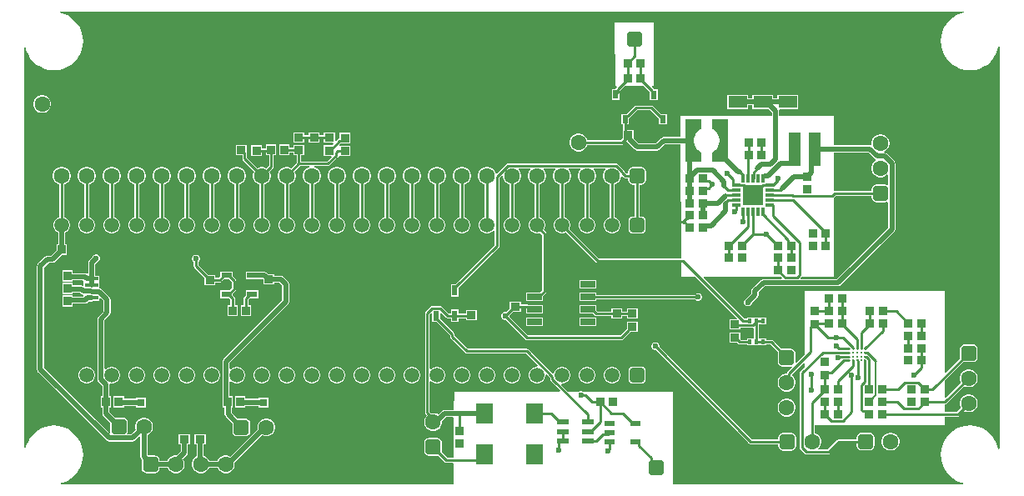
<source format=gtl>
G04*
G04 #@! TF.GenerationSoftware,Altium Limited,Altium Designer,21.6.4 (81)*
G04*
G04 Layer_Physical_Order=1*
G04 Layer_Color=255*
%FSLAX44Y44*%
%MOMM*%
G71*
G04*
G04 #@! TF.SameCoordinates,7EEBCD2D-C3DC-42FC-9086-E37A22DFF102*
G04*
G04*
G04 #@! TF.FilePolarity,Positive*
G04*
G01*
G75*
%ADD10C,0.2000*%
%ADD14R,0.8300X0.9400*%
%ADD15R,1.0500X0.6000*%
%ADD16R,0.9400X0.8300*%
%ADD17R,0.4500X0.4700*%
%ADD18R,1.9200X1.2200*%
%ADD19R,0.9000X0.3000*%
%ADD20R,0.3000X0.9000*%
%ADD21R,2.1500X2.1500*%
%ADD22R,0.6000X0.8500*%
%ADD23C,0.2080*%
%ADD24R,1.8000X2.0000*%
%ADD25R,0.8000X0.8000*%
%ADD26R,1.3970X0.4318*%
%ADD27R,1.2000X0.6000*%
%ADD28R,0.6000X1.0500*%
%ADD29R,1.5260X0.6500*%
%ADD30R,1.3000X3.4000*%
%ADD55R,0.8000X4.3000*%
%ADD56C,0.5000*%
%ADD57C,0.2540*%
%ADD58C,1.6000*%
G04:AMPARAMS|DCode=59|XSize=1.6mm|YSize=1.6mm|CornerRadius=0.4mm|HoleSize=0mm|Usage=FLASHONLY|Rotation=0.000|XOffset=0mm|YOffset=0mm|HoleType=Round|Shape=RoundedRectangle|*
%AMROUNDEDRECTD59*
21,1,1.6000,0.8000,0,0,0.0*
21,1,0.8000,1.6000,0,0,0.0*
1,1,0.8000,0.4000,-0.4000*
1,1,0.8000,-0.4000,-0.4000*
1,1,0.8000,-0.4000,0.4000*
1,1,0.8000,0.4000,0.4000*
%
%ADD59ROUNDEDRECTD59*%
G04:AMPARAMS|DCode=60|XSize=1.6mm|YSize=1.6mm|CornerRadius=0.4mm|HoleSize=0mm|Usage=FLASHONLY|Rotation=90.000|XOffset=0mm|YOffset=0mm|HoleType=Round|Shape=RoundedRectangle|*
%AMROUNDEDRECTD60*
21,1,1.6000,0.8000,0,0,90.0*
21,1,0.8000,1.6000,0,0,90.0*
1,1,0.8000,0.4000,0.4000*
1,1,0.8000,0.4000,-0.4000*
1,1,0.8000,-0.4000,-0.4000*
1,1,0.8000,-0.4000,0.4000*
%
%ADD60ROUNDEDRECTD60*%
%ADD61C,1.5200*%
G04:AMPARAMS|DCode=62|XSize=1.52mm|YSize=1.52mm|CornerRadius=0.38mm|HoleSize=0mm|Usage=FLASHONLY|Rotation=180.000|XOffset=0mm|YOffset=0mm|HoleType=Round|Shape=RoundedRectangle|*
%AMROUNDEDRECTD62*
21,1,1.5200,0.7600,0,0,180.0*
21,1,0.7600,1.5200,0,0,180.0*
1,1,0.7600,-0.3800,0.3800*
1,1,0.7600,0.3800,0.3800*
1,1,0.7600,0.3800,-0.3800*
1,1,0.7600,-0.3800,-0.3800*
%
%ADD62ROUNDEDRECTD62*%
%ADD63C,0.6000*%
%ADD64C,0.2500*%
G36*
X954274Y478980D02*
X950851Y478158D01*
X946559Y476380D01*
X942597Y473953D01*
X939064Y470936D01*
X936047Y467403D01*
X933620Y463441D01*
X931842Y459149D01*
X930757Y454632D01*
X930393Y450000D01*
X930757Y445368D01*
X931842Y440851D01*
X933620Y436559D01*
X936047Y432597D01*
X939064Y429064D01*
X942597Y426047D01*
X946559Y423620D01*
X950851Y421842D01*
X955368Y420757D01*
X960000Y420393D01*
X964632Y420757D01*
X969149Y421842D01*
X973441Y423620D01*
X977403Y426047D01*
X980936Y429064D01*
X983953Y432597D01*
X986380Y436559D01*
X988158Y440851D01*
X988980Y444274D01*
X990250Y444124D01*
Y35876D01*
X988980Y35726D01*
X988158Y39149D01*
X986380Y43441D01*
X983953Y47403D01*
X980936Y50936D01*
X977403Y53953D01*
X973441Y56380D01*
X969149Y58158D01*
X964632Y59243D01*
X960000Y59607D01*
X955368Y59243D01*
X950851Y58158D01*
X946559Y56380D01*
X942597Y53953D01*
X939064Y50936D01*
X936047Y47403D01*
X933620Y43441D01*
X931842Y39149D01*
X930757Y34632D01*
X930393Y30000D01*
X930757Y25368D01*
X931842Y20851D01*
X933620Y16559D01*
X936047Y12597D01*
X939064Y9064D01*
X942597Y6047D01*
X946559Y3620D01*
X950851Y1842D01*
X953233Y1270D01*
X953082Y0D01*
X658500D01*
Y94000D01*
X567295D01*
X566049Y94516D01*
X564451D01*
X563205Y94000D01*
X551965D01*
X545101Y100864D01*
X545627Y102134D01*
X547034D01*
X549226Y102721D01*
X551190Y103855D01*
X552794Y105460D01*
X553929Y107424D01*
X554516Y109616D01*
Y111884D01*
X553929Y114076D01*
X552794Y116040D01*
X551190Y117645D01*
X549226Y118779D01*
X547034Y119366D01*
X544766D01*
X542574Y118779D01*
X540610Y117645D01*
X539006Y116040D01*
X537871Y114076D01*
X537528Y112795D01*
X536112Y112416D01*
X511629Y136898D01*
X510873Y137403D01*
X509981Y137581D01*
X450215D01*
X436821Y150975D01*
Y152260D01*
X436643Y153152D01*
X436138Y153908D01*
X422016Y168030D01*
Y173511D01*
X423189Y173997D01*
X427835Y169352D01*
X428591Y168847D01*
X429483Y168669D01*
X432984D01*
Y164734D01*
X441016D01*
Y168669D01*
X448284D01*
Y166484D01*
X459716D01*
Y176816D01*
X448284D01*
Y173331D01*
X441016D01*
Y177266D01*
X432984D01*
Y173331D01*
X430448D01*
X423595Y180184D01*
X422839Y180689D01*
X421947Y180867D01*
X414053D01*
X413161Y180689D01*
X412405Y180184D01*
X407366Y175145D01*
X406861Y174389D01*
X406683Y173497D01*
Y72828D01*
X406861Y71936D01*
X407366Y71180D01*
X408798Y69748D01*
X407785Y68736D01*
X406599Y66680D01*
X405984Y64387D01*
Y62013D01*
X406599Y59720D01*
X407785Y57664D01*
X409464Y55985D01*
X411520Y54798D01*
X413813Y54184D01*
X416187D01*
X418480Y54798D01*
X420536Y55985D01*
X422215Y57664D01*
X423402Y59720D01*
X424016Y62013D01*
Y64170D01*
X428261Y68415D01*
X435282D01*
X436179Y67516D01*
X436158Y59516D01*
X435792D01*
Y49184D01*
X435792D01*
X436129Y48845D01*
X436070Y26581D01*
X429515D01*
X423813Y32284D01*
X424114Y33800D01*
Y41800D01*
X423725Y43757D01*
X422616Y45416D01*
X420957Y46525D01*
X419000Y46914D01*
X411000D01*
X409043Y46525D01*
X407384Y45416D01*
X406275Y43757D01*
X405886Y41800D01*
Y33800D01*
X406275Y31843D01*
X407384Y30184D01*
X409043Y29075D01*
X411000Y28686D01*
X419000D01*
X420516Y28987D01*
X426902Y22602D01*
X427658Y22097D01*
X428550Y21919D01*
X435158D01*
X436055Y21020D01*
X435999Y0D01*
X36918D01*
X36767Y1270D01*
X39149Y1842D01*
X43441Y3620D01*
X47403Y6047D01*
X50936Y9064D01*
X53953Y12597D01*
X56380Y16559D01*
X58158Y20851D01*
X59243Y25368D01*
X59607Y30000D01*
X59243Y34632D01*
X58158Y39149D01*
X56380Y43441D01*
X53953Y47403D01*
X50936Y50936D01*
X47403Y53953D01*
X43441Y56380D01*
X39149Y58158D01*
X34632Y59243D01*
X30000Y59607D01*
X25368Y59243D01*
X20851Y58158D01*
X16559Y56380D01*
X12597Y53953D01*
X9064Y50936D01*
X6047Y47403D01*
X3620Y43441D01*
X1842Y39149D01*
X1270Y36767D01*
X0Y36918D01*
Y443082D01*
X1270Y443233D01*
X1842Y440851D01*
X3620Y436559D01*
X6047Y432597D01*
X9064Y429064D01*
X12597Y426047D01*
X16559Y423620D01*
X20851Y421842D01*
X25368Y420757D01*
X30000Y420393D01*
X34632Y420757D01*
X39149Y421842D01*
X43441Y423620D01*
X47403Y426047D01*
X50936Y429064D01*
X53953Y432597D01*
X56380Y436559D01*
X58158Y440851D01*
X59243Y445368D01*
X59607Y450000D01*
X59243Y454632D01*
X58158Y459149D01*
X56380Y463441D01*
X53953Y467403D01*
X50936Y470936D01*
X47403Y473953D01*
X43441Y476380D01*
X39149Y478158D01*
X35726Y478980D01*
X35876Y480250D01*
X954124D01*
X954274Y478980D01*
D02*
G37*
G36*
X413984Y173511D02*
Y164734D01*
X418720D01*
X432159Y151295D01*
Y150010D01*
X432337Y149118D01*
X432842Y148362D01*
X447602Y133602D01*
X448358Y133097D01*
X449250Y132919D01*
X509016D01*
X521299Y120636D01*
X520773Y119366D01*
X519366D01*
X517174Y118779D01*
X515210Y117645D01*
X513605Y116040D01*
X512471Y114076D01*
X511884Y111884D01*
Y109616D01*
X512471Y107424D01*
X513605Y105460D01*
X515210Y103855D01*
X517174Y102721D01*
X519366Y102134D01*
X521634D01*
X523826Y102721D01*
X525790Y103855D01*
X527394Y105460D01*
X528529Y107424D01*
X529116Y109616D01*
Y111023D01*
X530386Y111549D01*
X533683Y108251D01*
Y106655D01*
X533861Y105763D01*
X534366Y105007D01*
X544199Y95173D01*
X543713Y94000D01*
X436250D01*
X436201Y75585D01*
X426777D01*
X425405Y75312D01*
X424242Y74535D01*
X420273Y70566D01*
X418480Y71602D01*
X416187Y72216D01*
X413813D01*
X413111Y72028D01*
X411345Y73794D01*
Y104324D01*
X412615Y104850D01*
X413610Y103855D01*
X415574Y102721D01*
X417766Y102134D01*
X420034D01*
X422226Y102721D01*
X424190Y103855D01*
X425794Y105460D01*
X426929Y107424D01*
X427516Y109616D01*
Y111884D01*
X426929Y114076D01*
X425794Y116040D01*
X424190Y117645D01*
X422226Y118779D01*
X420034Y119366D01*
X417766D01*
X415574Y118779D01*
X413610Y117645D01*
X412615Y116650D01*
X411345Y117176D01*
Y172532D01*
X412811Y173997D01*
X413984Y173511D01*
D02*
G37*
%LPC*%
G36*
X785616Y395366D02*
X764384D01*
Y391835D01*
X760374D01*
Y395366D01*
X739141D01*
Y391835D01*
X735116D01*
Y395366D01*
X713884D01*
Y381134D01*
X735116D01*
Y384665D01*
X739141D01*
Y381134D01*
X755304D01*
X759165Y377272D01*
Y374000D01*
X666375D01*
X666406Y353484D01*
X665509Y352585D01*
X649000D01*
X647628Y352312D01*
X646465Y351535D01*
X641015Y346085D01*
X623735D01*
X618385Y351435D01*
Y352600D01*
X618316Y352946D01*
Y359966D01*
X612296D01*
Y365484D01*
X613981D01*
Y371673D01*
X614593Y372082D01*
X622430Y379919D01*
X635692D01*
X643779Y371832D01*
X644391Y371423D01*
Y365234D01*
X652423D01*
Y375766D01*
X646903D01*
X646677Y375811D01*
X646393D01*
X638306Y383898D01*
X637550Y384403D01*
X636658Y384581D01*
X621465D01*
X620573Y384403D01*
X619817Y383898D01*
X611980Y376061D01*
X611695D01*
X611470Y376016D01*
X605949D01*
Y365484D01*
X607634D01*
Y357985D01*
X607812Y357093D01*
X607984Y356835D01*
Y351830D01*
X605577Y349423D01*
X571409D01*
X571102Y350573D01*
X569915Y352629D01*
X568236Y354307D01*
X566180Y355494D01*
X563887Y356109D01*
X561513D01*
X559220Y355494D01*
X557164Y354307D01*
X555485Y352629D01*
X554298Y350573D01*
X553684Y348279D01*
Y345906D01*
X554298Y343613D01*
X555485Y341557D01*
X557164Y339878D01*
X559220Y338691D01*
X561513Y338077D01*
X563887D01*
X566180Y338691D01*
X568236Y339878D01*
X569915Y341557D01*
X571102Y343613D01*
X571409Y344762D01*
X606543D01*
X607435Y344939D01*
X608191Y345444D01*
X610507Y347761D01*
X612142Y347600D01*
X612265Y347415D01*
X619715Y339965D01*
X620878Y339188D01*
X622250Y338915D01*
X642500D01*
X643872Y339188D01*
X645035Y339965D01*
X650485Y345415D01*
X666419D01*
X666595Y230229D01*
X665698Y229331D01*
X583015D01*
X553414Y258932D01*
X553929Y259824D01*
X554516Y262016D01*
Y264284D01*
X553929Y266476D01*
X552794Y268440D01*
X551190Y270044D01*
X549226Y271179D01*
X548231Y271445D01*
Y304440D01*
X549380Y304748D01*
X551436Y305935D01*
X553115Y307614D01*
X554302Y309670D01*
X554916Y311963D01*
Y314337D01*
X554302Y316630D01*
X553115Y318686D01*
X551965Y319835D01*
X552491Y321105D01*
X564709D01*
X565235Y319835D01*
X564085Y318686D01*
X562898Y316630D01*
X562284Y314337D01*
Y311963D01*
X562898Y309670D01*
X564085Y307614D01*
X565764Y305935D01*
X567820Y304748D01*
X568969Y304440D01*
Y271445D01*
X567974Y271179D01*
X566010Y270044D01*
X564406Y268440D01*
X563271Y266476D01*
X562684Y264284D01*
Y262016D01*
X563271Y259824D01*
X564406Y257860D01*
X566010Y256255D01*
X567974Y255121D01*
X570166Y254534D01*
X572434D01*
X574626Y255121D01*
X576590Y256255D01*
X578195Y257860D01*
X579329Y259824D01*
X579916Y262016D01*
Y264284D01*
X579329Y266476D01*
X578195Y268440D01*
X576590Y270044D01*
X574626Y271179D01*
X573631Y271445D01*
Y304440D01*
X574780Y304748D01*
X576836Y305935D01*
X578515Y307614D01*
X579702Y309670D01*
X580316Y311963D01*
Y314337D01*
X579702Y316630D01*
X578515Y318686D01*
X577365Y319835D01*
X577891Y321105D01*
X590109D01*
X590635Y319835D01*
X589485Y318686D01*
X588298Y316630D01*
X587684Y314337D01*
Y311963D01*
X588298Y309670D01*
X589485Y307614D01*
X591164Y305935D01*
X593220Y304748D01*
X594369Y304440D01*
Y271445D01*
X593374Y271179D01*
X591410Y270044D01*
X589805Y268440D01*
X588671Y266476D01*
X588084Y264284D01*
Y262016D01*
X588671Y259824D01*
X589805Y257860D01*
X591410Y256255D01*
X593374Y255121D01*
X595566Y254534D01*
X597834D01*
X600026Y255121D01*
X601990Y256255D01*
X603595Y257860D01*
X604729Y259824D01*
X605316Y262016D01*
Y264284D01*
X604729Y266476D01*
X603595Y268440D01*
X601990Y270044D01*
X600026Y271179D01*
X599031Y271445D01*
Y304440D01*
X600180Y304748D01*
X602236Y305935D01*
X603915Y307614D01*
X605102Y309670D01*
X605716Y311963D01*
Y312632D01*
X606986Y313158D01*
X608642Y311502D01*
X609398Y310997D01*
X610290Y310819D01*
X612986D01*
Y309150D01*
X613375Y307193D01*
X614484Y305534D01*
X616143Y304425D01*
X618100Y304036D01*
X619769D01*
Y271860D01*
X618300D01*
X616421Y271487D01*
X614828Y270422D01*
X613763Y268829D01*
X613390Y266950D01*
Y259350D01*
X613763Y257471D01*
X614828Y255878D01*
X616421Y254813D01*
X618300Y254440D01*
X625900D01*
X627779Y254813D01*
X629372Y255878D01*
X630437Y257471D01*
X630810Y259350D01*
Y266950D01*
X630437Y268829D01*
X629372Y270422D01*
X627779Y271487D01*
X625900Y271860D01*
X624431D01*
Y304036D01*
X626100D01*
X628057Y304425D01*
X629716Y305534D01*
X630825Y307193D01*
X631214Y309150D01*
Y317150D01*
X630825Y319107D01*
X629716Y320766D01*
X628057Y321875D01*
X626100Y322264D01*
X618100D01*
X616143Y321875D01*
X614484Y320766D01*
X613375Y319107D01*
X612986Y317150D01*
Y315481D01*
X611255D01*
X609315Y317422D01*
X609139Y318302D01*
X608634Y319059D01*
X602609Y325084D01*
X601852Y325589D01*
X600961Y325767D01*
X490839D01*
X489948Y325589D01*
X489191Y325084D01*
X479557Y315449D01*
X478330Y315778D01*
X478102Y316630D01*
X476915Y318686D01*
X475236Y320365D01*
X473180Y321552D01*
X470887Y322166D01*
X468513D01*
X466220Y321552D01*
X464164Y320365D01*
X462485Y318686D01*
X461298Y316630D01*
X460684Y314337D01*
Y311963D01*
X461298Y309670D01*
X462485Y307614D01*
X464164Y305935D01*
X466220Y304748D01*
X467369Y304440D01*
Y271445D01*
X466374Y271179D01*
X464410Y270044D01*
X462805Y268440D01*
X461671Y266476D01*
X461084Y264284D01*
Y262016D01*
X461671Y259824D01*
X462805Y257860D01*
X464410Y256255D01*
X466374Y255121D01*
X468566Y254534D01*
X470834D01*
X473026Y255121D01*
X474990Y256255D01*
X476385Y257650D01*
X477655Y257354D01*
Y243201D01*
X437720Y203266D01*
X432984D01*
Y190734D01*
X441016D01*
Y199970D01*
X481634Y240588D01*
X482139Y241344D01*
X482317Y242236D01*
Y311617D01*
X484814Y314114D01*
X486084Y313588D01*
Y311963D01*
X486698Y309670D01*
X487885Y307614D01*
X489564Y305935D01*
X491620Y304748D01*
X492769Y304440D01*
Y271445D01*
X491774Y271179D01*
X489810Y270044D01*
X488205Y268440D01*
X487071Y266476D01*
X486484Y264284D01*
Y262016D01*
X487071Y259824D01*
X488205Y257860D01*
X489810Y256255D01*
X491774Y255121D01*
X493966Y254534D01*
X496234D01*
X498426Y255121D01*
X500390Y256255D01*
X501995Y257860D01*
X503129Y259824D01*
X503716Y262016D01*
Y264284D01*
X503129Y266476D01*
X501995Y268440D01*
X500390Y270044D01*
X498426Y271179D01*
X497431Y271445D01*
Y304440D01*
X498580Y304748D01*
X500636Y305935D01*
X502315Y307614D01*
X503502Y309670D01*
X504116Y311963D01*
Y314337D01*
X503502Y316630D01*
X502315Y318686D01*
X501165Y319835D01*
X501691Y321105D01*
X513909D01*
X514435Y319835D01*
X513285Y318686D01*
X512098Y316630D01*
X511484Y314337D01*
Y311963D01*
X512098Y309670D01*
X513285Y307614D01*
X514964Y305935D01*
X517020Y304748D01*
X518169Y304440D01*
Y271445D01*
X517174Y271179D01*
X515210Y270044D01*
X513605Y268440D01*
X512471Y266476D01*
X511884Y264284D01*
Y262016D01*
X512471Y259824D01*
X513605Y257860D01*
X515210Y256255D01*
X517174Y255121D01*
X519366Y254534D01*
X521634D01*
X523717Y255092D01*
X525465Y253344D01*
Y196601D01*
X523230Y194366D01*
X509234D01*
Y185834D01*
X526526D01*
Y191070D01*
X529444Y193988D01*
X529949Y194744D01*
X530127Y195636D01*
Y254310D01*
X529949Y255202D01*
X529444Y255958D01*
X527449Y257953D01*
X528529Y259824D01*
X529116Y262016D01*
Y264284D01*
X528529Y266476D01*
X527394Y268440D01*
X525790Y270044D01*
X523826Y271179D01*
X522831Y271445D01*
Y304440D01*
X523980Y304748D01*
X526036Y305935D01*
X527715Y307614D01*
X528902Y309670D01*
X529516Y311963D01*
Y314337D01*
X528902Y316630D01*
X527715Y318686D01*
X526565Y319835D01*
X527091Y321105D01*
X539309D01*
X539835Y319835D01*
X538685Y318686D01*
X537498Y316630D01*
X536884Y314337D01*
Y311963D01*
X537498Y309670D01*
X538685Y307614D01*
X540364Y305935D01*
X542420Y304748D01*
X543569Y304440D01*
Y271445D01*
X542574Y271179D01*
X540610Y270044D01*
X539006Y268440D01*
X537871Y266476D01*
X537284Y264284D01*
Y262016D01*
X537871Y259824D01*
X539006Y257860D01*
X540610Y256255D01*
X542574Y255121D01*
X544766Y254534D01*
X547034D01*
X549226Y255121D01*
X550118Y255636D01*
X580402Y225352D01*
X581158Y224847D01*
X582050Y224669D01*
X666604D01*
X666625Y210750D01*
X681637D01*
X723947Y168439D01*
X723461Y167266D01*
X715784D01*
Y156934D01*
X727216D01*
Y159133D01*
X739947D01*
X740919Y158032D01*
Y147766D01*
X733484D01*
Y146731D01*
X727515D01*
X727216Y147030D01*
Y154066D01*
X715784D01*
Y143734D01*
X723920D01*
X724902Y142752D01*
X725658Y142247D01*
X726550Y142069D01*
X733484D01*
Y141034D01*
X753016D01*
Y142069D01*
X757284D01*
X765187Y134166D01*
X764886Y132650D01*
Y124650D01*
X765275Y122693D01*
X766384Y121034D01*
X768043Y119925D01*
X770000Y119536D01*
X778000D01*
X778553Y119646D01*
X779179Y118475D01*
X774788Y114084D01*
X774283Y113328D01*
X774105Y112436D01*
Y112266D01*
X772813D01*
X770520Y111651D01*
X768464Y110464D01*
X766785Y108786D01*
X765598Y106730D01*
X764984Y104437D01*
Y102063D01*
X765598Y99770D01*
X766785Y97714D01*
X768464Y96035D01*
X770520Y94848D01*
X772813Y94234D01*
X775187D01*
X777480Y94848D01*
X779536Y96035D01*
X781215Y97714D01*
X782402Y99770D01*
X783016Y102063D01*
Y104437D01*
X782402Y106730D01*
X781215Y108786D01*
X779536Y110464D01*
X779481Y110496D01*
X779316Y112020D01*
X791060Y123764D01*
X792233Y123277D01*
X792225Y118796D01*
X788016Y114587D01*
X787511Y113831D01*
X787333Y112939D01*
Y36836D01*
X787511Y35944D01*
X788016Y35188D01*
X791981Y31223D01*
X792737Y30718D01*
X793629Y30541D01*
X816419D01*
X817311Y30718D01*
X818067Y31223D01*
X827763Y40919D01*
X844936D01*
Y39250D01*
X845325Y37293D01*
X846434Y35634D01*
X848093Y34525D01*
X850050Y34136D01*
X858050D01*
X860007Y34525D01*
X861666Y35634D01*
X862775Y37293D01*
X863164Y39250D01*
Y47250D01*
X862775Y49207D01*
X861666Y50866D01*
X860007Y51975D01*
X858050Y52364D01*
X850050D01*
X848093Y51975D01*
X846434Y50866D01*
X845325Y49207D01*
X844936Y47250D01*
Y45581D01*
X826798D01*
X825906Y45403D01*
X825150Y44898D01*
X815454Y35202D01*
X806541D01*
X806015Y36472D01*
X807165Y37621D01*
X808352Y39677D01*
X808966Y41970D01*
Y44344D01*
X808352Y46637D01*
X807165Y48693D01*
X805486Y50372D01*
X803430Y51559D01*
X802281Y51867D01*
Y60250D01*
X934250D01*
Y68762D01*
X947643D01*
X948534Y68939D01*
X949291Y69444D01*
X954240Y74393D01*
X955270Y73798D01*
X957563Y73184D01*
X959937D01*
X962230Y73798D01*
X964286Y74985D01*
X965965Y76664D01*
X967152Y78720D01*
X967766Y81013D01*
Y83387D01*
X967152Y85680D01*
X965965Y87736D01*
X964286Y89415D01*
X962230Y90602D01*
X959937Y91216D01*
X957563D01*
X955270Y90602D01*
X953214Y89415D01*
X951535Y87736D01*
X950348Y85680D01*
X949734Y83387D01*
Y81013D01*
X950348Y78720D01*
X950943Y77689D01*
X946677Y73423D01*
X934250D01*
Y81262D01*
X934743D01*
X935634Y81439D01*
X936391Y81944D01*
X954240Y99793D01*
X955270Y99198D01*
X957563Y98584D01*
X959937D01*
X962230Y99198D01*
X964286Y100385D01*
X965965Y102064D01*
X967152Y104120D01*
X967766Y106413D01*
Y108787D01*
X967152Y111080D01*
X965965Y113136D01*
X964286Y114815D01*
X962230Y116002D01*
X959937Y116616D01*
X957563D01*
X955270Y116002D01*
X953214Y114815D01*
X951535Y113136D01*
X950348Y111080D01*
X949734Y108787D01*
Y106413D01*
X950348Y104120D01*
X950943Y103090D01*
X935423Y87570D01*
X934250Y88056D01*
Y105204D01*
X953234Y124187D01*
X954750Y123886D01*
X962750D01*
X964707Y124275D01*
X966366Y125384D01*
X967475Y127043D01*
X967864Y129000D01*
Y137000D01*
X967475Y138957D01*
X966366Y140616D01*
X964707Y141725D01*
X962750Y142114D01*
X954750D01*
X952793Y141725D01*
X951134Y140616D01*
X950025Y138957D01*
X949636Y137000D01*
Y129000D01*
X949937Y127484D01*
X935423Y112970D01*
X934250Y113456D01*
Y196250D01*
X792367Y196250D01*
X792248Y131544D01*
X784175Y123471D01*
X783004Y124096D01*
X783114Y124650D01*
Y132650D01*
X782725Y134607D01*
X781616Y136266D01*
X779957Y137375D01*
X778000Y137764D01*
X770000D01*
X768484Y137463D01*
X759898Y146048D01*
X759142Y146553D01*
X758250Y146731D01*
X753016D01*
Y147766D01*
X745581D01*
Y162734D01*
X753016D01*
Y169466D01*
X733484D01*
Y168431D01*
X730548D01*
X689402Y209577D01*
X689889Y210750D01*
X768054D01*
X769332Y209472D01*
X768846Y208299D01*
X750464D01*
X749092Y208026D01*
X747929Y207249D01*
X739265Y198584D01*
X738487Y197421D01*
X738214Y196049D01*
Y193519D01*
X733054Y188358D01*
X732475Y188119D01*
X731345Y186989D01*
X730734Y185513D01*
Y183915D01*
X731345Y182439D01*
X732475Y181309D01*
X733951Y180698D01*
X735549D01*
X737025Y181309D01*
X738155Y182439D01*
X738766Y183915D01*
Y183931D01*
X744334Y189499D01*
X745111Y190662D01*
X745384Y192034D01*
Y194564D01*
X751949Y201129D01*
X826214D01*
X827586Y201402D01*
X828749Y202179D01*
X883301Y256731D01*
X884078Y257894D01*
X884351Y259266D01*
Y325520D01*
X884078Y326892D01*
X883301Y328055D01*
X875811Y335545D01*
X874648Y336322D01*
X873276Y336595D01*
X873154D01*
X872946Y337161D01*
X872932Y337865D01*
X874786Y338935D01*
X876465Y340614D01*
X877652Y342670D01*
X878266Y344963D01*
Y347337D01*
X877652Y349630D01*
X876465Y351686D01*
X874786Y353365D01*
X872730Y354552D01*
X870437Y355166D01*
X868063D01*
X865770Y354552D01*
X863714Y353365D01*
X862035Y351686D01*
X860848Y349630D01*
X860234Y347337D01*
Y345057D01*
X860201Y344932D01*
X859185Y343971D01*
X858614Y344085D01*
X822125D01*
Y374000D01*
X766335D01*
Y378757D01*
X766115Y379864D01*
X766802Y381134D01*
X785616D01*
Y395366D01*
D02*
G37*
G36*
X639250Y468500D02*
X599000D01*
X599750Y405250D01*
Y404500D01*
X600994D01*
X601480Y403327D01*
X600547Y402393D01*
X600042Y401637D01*
X599918Y401016D01*
X596449D01*
Y390484D01*
X604481D01*
Y397255D01*
X604526Y397480D01*
Y399780D01*
X609246Y404500D01*
X629254D01*
X634847Y398907D01*
Y397230D01*
X634892Y397005D01*
Y390234D01*
X642924D01*
Y400766D01*
X639330D01*
X638826Y401521D01*
X637020Y403327D01*
X637506Y404500D01*
X639250D01*
Y468500D01*
D02*
G37*
G36*
X19187Y395216D02*
X16813D01*
X14520Y394602D01*
X12464Y393415D01*
X10785Y391736D01*
X9598Y389680D01*
X8984Y387387D01*
Y385013D01*
X9598Y382720D01*
X10785Y380664D01*
X12464Y378985D01*
X14520Y377798D01*
X16813Y377184D01*
X19187D01*
X21480Y377798D01*
X23536Y378985D01*
X25215Y380664D01*
X26402Y382720D01*
X27016Y385013D01*
Y387387D01*
X26402Y389680D01*
X25215Y391736D01*
X23536Y393415D01*
X21480Y394602D01*
X19187Y395216D01*
D02*
G37*
G36*
X299909Y357516D02*
X288477D01*
Y354681D01*
X284466D01*
Y357516D01*
X273034D01*
Y347184D01*
X284466D01*
Y350019D01*
X288477D01*
Y347184D01*
X299909D01*
Y350019D01*
X304034D01*
Y346934D01*
X313379D01*
X313864Y345761D01*
X312170Y344066D01*
X304034D01*
Y333734D01*
X311711D01*
X312197Y332561D01*
X307367Y327731D01*
X281081D01*
Y333984D01*
X284466D01*
Y344316D01*
X273034D01*
Y341481D01*
X269016D01*
Y345466D01*
X258684D01*
Y334034D01*
X269016D01*
Y336819D01*
X273034D01*
Y333984D01*
X276419D01*
Y326365D01*
X271010Y320957D01*
X269980Y321552D01*
X267687Y322166D01*
X265313D01*
X263020Y321552D01*
X260964Y320365D01*
X259285Y318686D01*
X258098Y316630D01*
X257484Y314337D01*
Y311963D01*
X258098Y309670D01*
X259285Y307614D01*
X260964Y305935D01*
X263020Y304748D01*
X264169Y304440D01*
Y271445D01*
X263174Y271179D01*
X261210Y270044D01*
X259606Y268440D01*
X258471Y266476D01*
X257884Y264284D01*
Y262016D01*
X258471Y259824D01*
X259606Y257860D01*
X261210Y256255D01*
X263174Y255121D01*
X265366Y254534D01*
X267634D01*
X269826Y255121D01*
X271790Y256255D01*
X273395Y257860D01*
X274529Y259824D01*
X275116Y262016D01*
Y264284D01*
X274529Y266476D01*
X273395Y268440D01*
X271790Y270044D01*
X269826Y271179D01*
X268831Y271445D01*
Y304440D01*
X269980Y304748D01*
X272036Y305935D01*
X273715Y307614D01*
X274902Y309670D01*
X275516Y311963D01*
Y314337D01*
X274902Y316630D01*
X274307Y317661D01*
X279715Y323069D01*
X289177D01*
X289344Y321799D01*
X288420Y321552D01*
X286364Y320365D01*
X284685Y318686D01*
X283498Y316630D01*
X282884Y314337D01*
Y311963D01*
X283498Y309670D01*
X284685Y307614D01*
X286364Y305935D01*
X288420Y304748D01*
X289569Y304440D01*
Y271445D01*
X288574Y271179D01*
X286610Y270044D01*
X285005Y268440D01*
X283871Y266476D01*
X283284Y264284D01*
Y262016D01*
X283871Y259824D01*
X285005Y257860D01*
X286610Y256255D01*
X288574Y255121D01*
X290766Y254534D01*
X293034D01*
X295226Y255121D01*
X297190Y256255D01*
X298794Y257860D01*
X299929Y259824D01*
X300516Y262016D01*
Y264284D01*
X299929Y266476D01*
X298794Y268440D01*
X297190Y270044D01*
X295226Y271179D01*
X294231Y271445D01*
Y304440D01*
X295380Y304748D01*
X297436Y305935D01*
X299115Y307614D01*
X300302Y309670D01*
X300916Y311963D01*
Y314337D01*
X300302Y316630D01*
X299115Y318686D01*
X297436Y320365D01*
X295380Y321552D01*
X294456Y321799D01*
X294623Y323069D01*
X308333D01*
X309225Y323247D01*
X309981Y323752D01*
X318384Y332155D01*
X318740Y332688D01*
X319784Y333234D01*
X331216D01*
Y343566D01*
X321021D01*
X320516Y343566D01*
X319595Y344644D01*
X319611Y344915D01*
X321086Y346389D01*
X322620D01*
X322845Y346434D01*
X331216D01*
Y356766D01*
X319784D01*
Y350984D01*
X319228Y350873D01*
X318472Y350368D01*
X316639Y348535D01*
X315466Y349021D01*
Y357266D01*
X304034D01*
Y354681D01*
X299909D01*
Y357516D01*
D02*
G37*
G36*
X255816Y345466D02*
X245484D01*
Y341231D01*
X241474D01*
Y344066D01*
X230042D01*
Y333734D01*
X241474D01*
Y336569D01*
X245484D01*
Y334034D01*
X248319D01*
Y323665D01*
X245611Y320957D01*
X244580Y321552D01*
X242287Y322166D01*
X239913D01*
X237620Y321552D01*
X236590Y320957D01*
X226011Y331535D01*
Y336270D01*
X225966Y336495D01*
Y344316D01*
X214534D01*
Y333984D01*
X221349D01*
Y330570D01*
X221527Y329678D01*
X222032Y328922D01*
X233293Y317660D01*
X232698Y316630D01*
X232084Y314337D01*
Y311963D01*
X232698Y309670D01*
X233885Y307614D01*
X235564Y305935D01*
X237620Y304748D01*
X238769Y304440D01*
Y271445D01*
X237774Y271179D01*
X235810Y270044D01*
X234205Y268440D01*
X233071Y266476D01*
X232484Y264284D01*
Y262016D01*
X233071Y259824D01*
X234205Y257860D01*
X235810Y256255D01*
X237774Y255121D01*
X239966Y254534D01*
X242234D01*
X244426Y255121D01*
X246390Y256255D01*
X247994Y257860D01*
X249129Y259824D01*
X249716Y262016D01*
Y264284D01*
X249129Y266476D01*
X247994Y268440D01*
X246390Y270044D01*
X244426Y271179D01*
X243431Y271445D01*
Y304440D01*
X244580Y304748D01*
X246636Y305935D01*
X248315Y307614D01*
X249502Y309670D01*
X250116Y311963D01*
Y314337D01*
X249502Y316630D01*
X248907Y317661D01*
X252298Y321052D01*
X252803Y321808D01*
X252981Y322700D01*
Y334034D01*
X255816D01*
Y345466D01*
D02*
G37*
G36*
X445487Y322166D02*
X443113D01*
X440820Y321552D01*
X438764Y320365D01*
X437085Y318686D01*
X435898Y316630D01*
X435284Y314337D01*
Y311963D01*
X435898Y309670D01*
X437085Y307614D01*
X438764Y305935D01*
X440820Y304748D01*
X441969Y304440D01*
Y271445D01*
X440974Y271179D01*
X439010Y270044D01*
X437406Y268440D01*
X436271Y266476D01*
X435684Y264284D01*
Y262016D01*
X436271Y259824D01*
X437406Y257860D01*
X439010Y256255D01*
X440974Y255121D01*
X443166Y254534D01*
X445434D01*
X447626Y255121D01*
X449590Y256255D01*
X451194Y257860D01*
X452329Y259824D01*
X452916Y262016D01*
Y264284D01*
X452329Y266476D01*
X451194Y268440D01*
X449590Y270044D01*
X447626Y271179D01*
X446631Y271445D01*
Y304440D01*
X447780Y304748D01*
X449836Y305935D01*
X451515Y307614D01*
X452702Y309670D01*
X453316Y311963D01*
Y314337D01*
X452702Y316630D01*
X451515Y318686D01*
X449836Y320365D01*
X447780Y321552D01*
X445487Y322166D01*
D02*
G37*
G36*
X420087D02*
X417713D01*
X415420Y321552D01*
X413364Y320365D01*
X411685Y318686D01*
X410498Y316630D01*
X409884Y314337D01*
Y311963D01*
X410498Y309670D01*
X411685Y307614D01*
X413364Y305935D01*
X415420Y304748D01*
X416569Y304440D01*
Y271445D01*
X415574Y271179D01*
X413610Y270044D01*
X412006Y268440D01*
X410871Y266476D01*
X410284Y264284D01*
Y262016D01*
X410871Y259824D01*
X412006Y257860D01*
X413610Y256255D01*
X415574Y255121D01*
X417766Y254534D01*
X420034D01*
X422226Y255121D01*
X424190Y256255D01*
X425794Y257860D01*
X426929Y259824D01*
X427516Y262016D01*
Y264284D01*
X426929Y266476D01*
X425794Y268440D01*
X424190Y270044D01*
X422226Y271179D01*
X421231Y271445D01*
Y304440D01*
X422380Y304748D01*
X424436Y305935D01*
X426115Y307614D01*
X427302Y309670D01*
X427916Y311963D01*
Y314337D01*
X427302Y316630D01*
X426115Y318686D01*
X424436Y320365D01*
X422380Y321552D01*
X420087Y322166D01*
D02*
G37*
G36*
X394687D02*
X392313D01*
X390020Y321552D01*
X387964Y320365D01*
X386285Y318686D01*
X385098Y316630D01*
X384484Y314337D01*
Y311963D01*
X385098Y309670D01*
X386285Y307614D01*
X387964Y305935D01*
X390020Y304748D01*
X391169Y304440D01*
Y271445D01*
X390174Y271179D01*
X388210Y270044D01*
X386605Y268440D01*
X385471Y266476D01*
X384884Y264284D01*
Y262016D01*
X385471Y259824D01*
X386605Y257860D01*
X388210Y256255D01*
X390174Y255121D01*
X392366Y254534D01*
X394634D01*
X396826Y255121D01*
X398790Y256255D01*
X400395Y257860D01*
X401529Y259824D01*
X402116Y262016D01*
Y264284D01*
X401529Y266476D01*
X400395Y268440D01*
X398790Y270044D01*
X396826Y271179D01*
X395831Y271445D01*
Y304440D01*
X396980Y304748D01*
X399036Y305935D01*
X400715Y307614D01*
X401902Y309670D01*
X402516Y311963D01*
Y314337D01*
X401902Y316630D01*
X400715Y318686D01*
X399036Y320365D01*
X396980Y321552D01*
X394687Y322166D01*
D02*
G37*
G36*
X369287D02*
X366913D01*
X364620Y321552D01*
X362564Y320365D01*
X360885Y318686D01*
X359698Y316630D01*
X359084Y314337D01*
Y311963D01*
X359698Y309670D01*
X360885Y307614D01*
X362564Y305935D01*
X364620Y304748D01*
X365769Y304440D01*
Y271445D01*
X364774Y271179D01*
X362810Y270044D01*
X361205Y268440D01*
X360071Y266476D01*
X359484Y264284D01*
Y262016D01*
X360071Y259824D01*
X361205Y257860D01*
X362810Y256255D01*
X364774Y255121D01*
X366966Y254534D01*
X369234D01*
X371426Y255121D01*
X373390Y256255D01*
X374995Y257860D01*
X376129Y259824D01*
X376716Y262016D01*
Y264284D01*
X376129Y266476D01*
X374995Y268440D01*
X373390Y270044D01*
X371426Y271179D01*
X370431Y271445D01*
Y304440D01*
X371580Y304748D01*
X373636Y305935D01*
X375315Y307614D01*
X376502Y309670D01*
X377116Y311963D01*
Y314337D01*
X376502Y316630D01*
X375315Y318686D01*
X373636Y320365D01*
X371580Y321552D01*
X369287Y322166D01*
D02*
G37*
G36*
X343887D02*
X341513D01*
X339220Y321552D01*
X337164Y320365D01*
X335485Y318686D01*
X334298Y316630D01*
X333684Y314337D01*
Y311963D01*
X334298Y309670D01*
X335485Y307614D01*
X337164Y305935D01*
X339220Y304748D01*
X340369Y304440D01*
Y271445D01*
X339374Y271179D01*
X337410Y270044D01*
X335806Y268440D01*
X334671Y266476D01*
X334084Y264284D01*
Y262016D01*
X334671Y259824D01*
X335806Y257860D01*
X337410Y256255D01*
X339374Y255121D01*
X341566Y254534D01*
X343834D01*
X346026Y255121D01*
X347990Y256255D01*
X349594Y257860D01*
X350729Y259824D01*
X351316Y262016D01*
Y264284D01*
X350729Y266476D01*
X349594Y268440D01*
X347990Y270044D01*
X346026Y271179D01*
X345031Y271445D01*
Y304440D01*
X346180Y304748D01*
X348236Y305935D01*
X349915Y307614D01*
X351102Y309670D01*
X351716Y311963D01*
Y314337D01*
X351102Y316630D01*
X349915Y318686D01*
X348236Y320365D01*
X346180Y321552D01*
X343887Y322166D01*
D02*
G37*
G36*
X318487D02*
X316113D01*
X313820Y321552D01*
X311764Y320365D01*
X310085Y318686D01*
X308898Y316630D01*
X308284Y314337D01*
Y311963D01*
X308898Y309670D01*
X310085Y307614D01*
X311764Y305935D01*
X313820Y304748D01*
X314969Y304440D01*
Y271445D01*
X313974Y271179D01*
X312010Y270044D01*
X310406Y268440D01*
X309271Y266476D01*
X308684Y264284D01*
Y262016D01*
X309271Y259824D01*
X310406Y257860D01*
X312010Y256255D01*
X313974Y255121D01*
X316166Y254534D01*
X318434D01*
X320626Y255121D01*
X322590Y256255D01*
X324194Y257860D01*
X325329Y259824D01*
X325916Y262016D01*
Y264284D01*
X325329Y266476D01*
X324194Y268440D01*
X322590Y270044D01*
X320626Y271179D01*
X319631Y271445D01*
Y304440D01*
X320780Y304748D01*
X322836Y305935D01*
X324515Y307614D01*
X325702Y309670D01*
X326316Y311963D01*
Y314337D01*
X325702Y316630D01*
X324515Y318686D01*
X322836Y320365D01*
X320780Y321552D01*
X318487Y322166D01*
D02*
G37*
G36*
X216887D02*
X214513D01*
X212220Y321552D01*
X210164Y320365D01*
X208485Y318686D01*
X207298Y316630D01*
X206684Y314337D01*
Y311963D01*
X207298Y309670D01*
X208485Y307614D01*
X210164Y305935D01*
X212220Y304748D01*
X213369Y304440D01*
Y271445D01*
X212374Y271179D01*
X210410Y270044D01*
X208806Y268440D01*
X207671Y266476D01*
X207084Y264284D01*
Y262016D01*
X207671Y259824D01*
X208806Y257860D01*
X210410Y256255D01*
X212374Y255121D01*
X214566Y254534D01*
X216834D01*
X219026Y255121D01*
X220990Y256255D01*
X222595Y257860D01*
X223729Y259824D01*
X224316Y262016D01*
Y264284D01*
X223729Y266476D01*
X222595Y268440D01*
X220990Y270044D01*
X219026Y271179D01*
X218031Y271445D01*
Y304440D01*
X219180Y304748D01*
X221236Y305935D01*
X222915Y307614D01*
X224102Y309670D01*
X224716Y311963D01*
Y314337D01*
X224102Y316630D01*
X222915Y318686D01*
X221236Y320365D01*
X219180Y321552D01*
X216887Y322166D01*
D02*
G37*
G36*
X191487D02*
X189113D01*
X186820Y321552D01*
X184764Y320365D01*
X183085Y318686D01*
X181898Y316630D01*
X181284Y314337D01*
Y311963D01*
X181898Y309670D01*
X183085Y307614D01*
X184764Y305935D01*
X186820Y304748D01*
X187969Y304440D01*
Y271445D01*
X186974Y271179D01*
X185010Y270044D01*
X183405Y268440D01*
X182271Y266476D01*
X181684Y264284D01*
Y262016D01*
X182271Y259824D01*
X183405Y257860D01*
X185010Y256255D01*
X186974Y255121D01*
X189166Y254534D01*
X191434D01*
X193626Y255121D01*
X195590Y256255D01*
X197194Y257860D01*
X198329Y259824D01*
X198916Y262016D01*
Y264284D01*
X198329Y266476D01*
X197194Y268440D01*
X195590Y270044D01*
X193626Y271179D01*
X192631Y271445D01*
Y304440D01*
X193780Y304748D01*
X195836Y305935D01*
X197515Y307614D01*
X198702Y309670D01*
X199316Y311963D01*
Y314337D01*
X198702Y316630D01*
X197515Y318686D01*
X195836Y320365D01*
X193780Y321552D01*
X191487Y322166D01*
D02*
G37*
G36*
X166087D02*
X163713D01*
X161420Y321552D01*
X159364Y320365D01*
X157685Y318686D01*
X156498Y316630D01*
X155884Y314337D01*
Y311963D01*
X156498Y309670D01*
X157685Y307614D01*
X159364Y305935D01*
X161420Y304748D01*
X162569Y304440D01*
Y271445D01*
X161574Y271179D01*
X159610Y270044D01*
X158006Y268440D01*
X156871Y266476D01*
X156284Y264284D01*
Y262016D01*
X156871Y259824D01*
X158006Y257860D01*
X159610Y256255D01*
X161574Y255121D01*
X163766Y254534D01*
X166034D01*
X168226Y255121D01*
X170190Y256255D01*
X171794Y257860D01*
X172929Y259824D01*
X173516Y262016D01*
Y264284D01*
X172929Y266476D01*
X171794Y268440D01*
X170190Y270044D01*
X168226Y271179D01*
X167231Y271445D01*
Y304440D01*
X168380Y304748D01*
X170436Y305935D01*
X172115Y307614D01*
X173302Y309670D01*
X173916Y311963D01*
Y314337D01*
X173302Y316630D01*
X172115Y318686D01*
X170436Y320365D01*
X168380Y321552D01*
X166087Y322166D01*
D02*
G37*
G36*
X140687D02*
X138313D01*
X136020Y321552D01*
X133964Y320365D01*
X132285Y318686D01*
X131098Y316630D01*
X130484Y314337D01*
Y311963D01*
X131098Y309670D01*
X132285Y307614D01*
X133964Y305935D01*
X136020Y304748D01*
X137169Y304440D01*
Y271445D01*
X136174Y271179D01*
X134210Y270044D01*
X132605Y268440D01*
X131471Y266476D01*
X130884Y264284D01*
Y262016D01*
X131471Y259824D01*
X132605Y257860D01*
X134210Y256255D01*
X136174Y255121D01*
X138366Y254534D01*
X140634D01*
X142826Y255121D01*
X144790Y256255D01*
X146395Y257860D01*
X147529Y259824D01*
X148116Y262016D01*
Y264284D01*
X147529Y266476D01*
X146395Y268440D01*
X144790Y270044D01*
X142826Y271179D01*
X141831Y271445D01*
Y304440D01*
X142980Y304748D01*
X145036Y305935D01*
X146715Y307614D01*
X147902Y309670D01*
X148516Y311963D01*
Y314337D01*
X147902Y316630D01*
X146715Y318686D01*
X145036Y320365D01*
X142980Y321552D01*
X140687Y322166D01*
D02*
G37*
G36*
X115287D02*
X112913D01*
X110620Y321552D01*
X108564Y320365D01*
X106885Y318686D01*
X105698Y316630D01*
X105084Y314337D01*
Y311963D01*
X105698Y309670D01*
X106885Y307614D01*
X108564Y305935D01*
X110620Y304748D01*
X111769Y304440D01*
Y271445D01*
X110774Y271179D01*
X108810Y270044D01*
X107205Y268440D01*
X106071Y266476D01*
X105484Y264284D01*
Y262016D01*
X106071Y259824D01*
X107205Y257860D01*
X108810Y256255D01*
X110774Y255121D01*
X112966Y254534D01*
X115234D01*
X117426Y255121D01*
X119390Y256255D01*
X120995Y257860D01*
X122129Y259824D01*
X122716Y262016D01*
Y264284D01*
X122129Y266476D01*
X120995Y268440D01*
X119390Y270044D01*
X117426Y271179D01*
X116431Y271445D01*
Y304440D01*
X117580Y304748D01*
X119636Y305935D01*
X121315Y307614D01*
X122502Y309670D01*
X123116Y311963D01*
Y314337D01*
X122502Y316630D01*
X121315Y318686D01*
X119636Y320365D01*
X117580Y321552D01*
X115287Y322166D01*
D02*
G37*
G36*
X89887D02*
X87513D01*
X85220Y321552D01*
X83164Y320365D01*
X81485Y318686D01*
X80298Y316630D01*
X79684Y314337D01*
Y311963D01*
X80298Y309670D01*
X81485Y307614D01*
X83164Y305935D01*
X85220Y304748D01*
X86369Y304440D01*
Y271445D01*
X85374Y271179D01*
X83410Y270044D01*
X81805Y268440D01*
X80671Y266476D01*
X80084Y264284D01*
Y262016D01*
X80671Y259824D01*
X81805Y257860D01*
X83410Y256255D01*
X85374Y255121D01*
X87566Y254534D01*
X89834D01*
X92026Y255121D01*
X93990Y256255D01*
X95595Y257860D01*
X96729Y259824D01*
X97316Y262016D01*
Y264284D01*
X96729Y266476D01*
X95595Y268440D01*
X93990Y270044D01*
X92026Y271179D01*
X91031Y271445D01*
Y304440D01*
X92180Y304748D01*
X94236Y305935D01*
X95915Y307614D01*
X97102Y309670D01*
X97716Y311963D01*
Y314337D01*
X97102Y316630D01*
X95915Y318686D01*
X94236Y320365D01*
X92180Y321552D01*
X89887Y322166D01*
D02*
G37*
G36*
X64487D02*
X62113D01*
X59820Y321552D01*
X57764Y320365D01*
X56085Y318686D01*
X54898Y316630D01*
X54284Y314337D01*
Y311963D01*
X54898Y309670D01*
X56085Y307614D01*
X57764Y305935D01*
X59820Y304748D01*
X60969Y304440D01*
Y271445D01*
X59974Y271179D01*
X58010Y270044D01*
X56406Y268440D01*
X55271Y266476D01*
X54684Y264284D01*
Y262016D01*
X55271Y259824D01*
X56406Y257860D01*
X58010Y256255D01*
X59974Y255121D01*
X62166Y254534D01*
X64434D01*
X66626Y255121D01*
X68590Y256255D01*
X70195Y257860D01*
X71329Y259824D01*
X71916Y262016D01*
Y264284D01*
X71329Y266476D01*
X70195Y268440D01*
X68590Y270044D01*
X66626Y271179D01*
X65631Y271445D01*
Y304440D01*
X66780Y304748D01*
X68836Y305935D01*
X70515Y307614D01*
X71702Y309670D01*
X72316Y311963D01*
Y314337D01*
X71702Y316630D01*
X70515Y318686D01*
X68836Y320365D01*
X66780Y321552D01*
X64487Y322166D01*
D02*
G37*
G36*
X580766Y207066D02*
X563474D01*
Y198534D01*
X580766D01*
Y207066D01*
D02*
G37*
G36*
Y194366D02*
X563474D01*
Y185834D01*
X580766D01*
Y187719D01*
X680851D01*
X681975Y186595D01*
X683451Y185984D01*
X685049D01*
X686525Y186595D01*
X687655Y187725D01*
X688266Y189201D01*
Y190799D01*
X687655Y192275D01*
X686525Y193405D01*
X685049Y194016D01*
X683451D01*
X681975Y193405D01*
X680951Y192381D01*
X580766D01*
Y194366D01*
D02*
G37*
G36*
X504216Y185566D02*
X492784D01*
Y178530D01*
X489139Y174885D01*
X488824Y175016D01*
X487226D01*
X485750Y174405D01*
X484620Y173275D01*
X484009Y171799D01*
Y170201D01*
X484620Y168725D01*
X485750Y167595D01*
X487226Y166984D01*
X488745D01*
X508627Y147102D01*
X509383Y146597D01*
X510275Y146419D01*
X606100D01*
X606992Y146597D01*
X607748Y147102D01*
X615380Y154734D01*
X622966D01*
Y165066D01*
X611534D01*
Y157480D01*
X605135Y151081D01*
X511240D01*
X492292Y170029D01*
Y171446D01*
X496080Y175234D01*
X504216D01*
Y178069D01*
X509234D01*
Y173134D01*
X526526D01*
Y181666D01*
X512530D01*
X512148Y182048D01*
X511392Y182553D01*
X510500Y182731D01*
X504216D01*
Y185566D01*
D02*
G37*
G36*
X237516Y197016D02*
X224984D01*
Y192280D01*
X223202Y190498D01*
X222697Y189742D01*
X222519Y188850D01*
Y181966D01*
X219684D01*
Y170534D01*
X230016D01*
Y181966D01*
X227181D01*
Y187885D01*
X228280Y188984D01*
X237516D01*
Y197016D01*
D02*
G37*
G36*
X175049Y233016D02*
X173451D01*
X171975Y232405D01*
X170845Y231275D01*
X170234Y229799D01*
Y228201D01*
X170845Y226725D01*
X171919Y225651D01*
Y221357D01*
X172097Y220466D01*
X172602Y219709D01*
X182542Y209770D01*
Y202184D01*
X193974D01*
Y205019D01*
X198350D01*
X199242Y205197D01*
X199998Y205702D01*
X202280Y207984D01*
X208220D01*
X210455Y205749D01*
Y199251D01*
X208220Y197016D01*
X198984D01*
Y188984D01*
X208220D01*
X209319Y187885D01*
Y181966D01*
X206484D01*
Y170534D01*
X216816D01*
Y181966D01*
X213981D01*
Y188850D01*
X213803Y189742D01*
X213298Y190498D01*
X211516Y192280D01*
Y193720D01*
X214434Y196638D01*
X214939Y197394D01*
X215117Y198286D01*
Y206714D01*
X214939Y207606D01*
X214434Y208362D01*
X211516Y211280D01*
Y216016D01*
X198984D01*
Y211280D01*
X197385Y209681D01*
X193974D01*
Y212516D01*
X186388D01*
X176581Y222323D01*
Y225651D01*
X177655Y226725D01*
X178266Y228201D01*
Y229799D01*
X177655Y231275D01*
X176525Y232405D01*
X175049Y233016D01*
D02*
G37*
G36*
X580766Y181666D02*
X563474D01*
Y173134D01*
X577470D01*
X579152Y171452D01*
X579908Y170947D01*
X580800Y170769D01*
X595784D01*
Y167934D01*
X607216D01*
Y170769D01*
X611534D01*
Y167934D01*
X622966D01*
Y178266D01*
X611534D01*
Y175431D01*
X607216D01*
Y178266D01*
X595784D01*
Y175431D01*
X581766D01*
X580766Y176430D01*
Y181666D01*
D02*
G37*
G36*
Y168966D02*
X563474D01*
Y160434D01*
X580766D01*
Y168966D01*
D02*
G37*
G36*
X526526D02*
X509234D01*
Y160434D01*
X526526D01*
Y168966D01*
D02*
G37*
G36*
X597834Y119366D02*
X595566D01*
X593374Y118779D01*
X591410Y117645D01*
X589805Y116040D01*
X588671Y114076D01*
X588084Y111884D01*
Y109616D01*
X588671Y107424D01*
X589805Y105460D01*
X591410Y103855D01*
X593374Y102721D01*
X595566Y102134D01*
X597834D01*
X600026Y102721D01*
X601990Y103855D01*
X603595Y105460D01*
X604729Y107424D01*
X605316Y109616D01*
Y111884D01*
X604729Y114076D01*
X603595Y116040D01*
X601990Y117645D01*
X600026Y118779D01*
X597834Y119366D01*
D02*
G37*
G36*
X572434D02*
X570166D01*
X567974Y118779D01*
X566010Y117645D01*
X564406Y116040D01*
X563271Y114076D01*
X562684Y111884D01*
Y109616D01*
X563271Y107424D01*
X564406Y105460D01*
X566010Y103855D01*
X567974Y102721D01*
X570166Y102134D01*
X572434D01*
X574626Y102721D01*
X576590Y103855D01*
X578195Y105460D01*
X579329Y107424D01*
X579916Y109616D01*
Y111884D01*
X579329Y114076D01*
X578195Y116040D01*
X576590Y117645D01*
X574626Y118779D01*
X572434Y119366D01*
D02*
G37*
G36*
X394634D02*
X392366D01*
X390174Y118779D01*
X388210Y117645D01*
X386605Y116040D01*
X385471Y114076D01*
X384884Y111884D01*
Y109616D01*
X385471Y107424D01*
X386605Y105460D01*
X388210Y103855D01*
X390174Y102721D01*
X392366Y102134D01*
X394634D01*
X396826Y102721D01*
X398790Y103855D01*
X400395Y105460D01*
X401529Y107424D01*
X402116Y109616D01*
Y111884D01*
X401529Y114076D01*
X400395Y116040D01*
X398790Y117645D01*
X396826Y118779D01*
X394634Y119366D01*
D02*
G37*
G36*
X369234D02*
X366966D01*
X364774Y118779D01*
X362810Y117645D01*
X361205Y116040D01*
X360071Y114076D01*
X359484Y111884D01*
Y109616D01*
X360071Y107424D01*
X361205Y105460D01*
X362810Y103855D01*
X364774Y102721D01*
X366966Y102134D01*
X369234D01*
X371426Y102721D01*
X373390Y103855D01*
X374995Y105460D01*
X376129Y107424D01*
X376716Y109616D01*
Y111884D01*
X376129Y114076D01*
X374995Y116040D01*
X373390Y117645D01*
X371426Y118779D01*
X369234Y119366D01*
D02*
G37*
G36*
X343834D02*
X341566D01*
X339374Y118779D01*
X337410Y117645D01*
X335806Y116040D01*
X334671Y114076D01*
X334084Y111884D01*
Y109616D01*
X334671Y107424D01*
X335806Y105460D01*
X337410Y103855D01*
X339374Y102721D01*
X341566Y102134D01*
X343834D01*
X346026Y102721D01*
X347990Y103855D01*
X349594Y105460D01*
X350729Y107424D01*
X351316Y109616D01*
Y111884D01*
X350729Y114076D01*
X349594Y116040D01*
X347990Y117645D01*
X346026Y118779D01*
X343834Y119366D01*
D02*
G37*
G36*
X318434D02*
X316166D01*
X313974Y118779D01*
X312010Y117645D01*
X310406Y116040D01*
X309271Y114076D01*
X308684Y111884D01*
Y109616D01*
X309271Y107424D01*
X310406Y105460D01*
X312010Y103855D01*
X313974Y102721D01*
X316166Y102134D01*
X318434D01*
X320626Y102721D01*
X322590Y103855D01*
X324194Y105460D01*
X325329Y107424D01*
X325916Y109616D01*
Y111884D01*
X325329Y114076D01*
X324194Y116040D01*
X322590Y117645D01*
X320626Y118779D01*
X318434Y119366D01*
D02*
G37*
G36*
X293034D02*
X290766D01*
X288574Y118779D01*
X286610Y117645D01*
X285005Y116040D01*
X283871Y114076D01*
X283284Y111884D01*
Y109616D01*
X283871Y107424D01*
X285005Y105460D01*
X286610Y103855D01*
X288574Y102721D01*
X290766Y102134D01*
X293034D01*
X295226Y102721D01*
X297190Y103855D01*
X298794Y105460D01*
X299929Y107424D01*
X300516Y109616D01*
Y111884D01*
X299929Y114076D01*
X298794Y116040D01*
X297190Y117645D01*
X295226Y118779D01*
X293034Y119366D01*
D02*
G37*
G36*
X267634D02*
X265366D01*
X263174Y118779D01*
X261210Y117645D01*
X259606Y116040D01*
X258471Y114076D01*
X257884Y111884D01*
Y109616D01*
X258471Y107424D01*
X259606Y105460D01*
X261210Y103855D01*
X263174Y102721D01*
X265366Y102134D01*
X267634D01*
X269826Y102721D01*
X271790Y103855D01*
X273395Y105460D01*
X274529Y107424D01*
X275116Y109616D01*
Y111884D01*
X274529Y114076D01*
X273395Y116040D01*
X271790Y117645D01*
X269826Y118779D01*
X267634Y119366D01*
D02*
G37*
G36*
X242234D02*
X239966D01*
X237774Y118779D01*
X235810Y117645D01*
X234205Y116040D01*
X233071Y114076D01*
X232484Y111884D01*
Y109616D01*
X233071Y107424D01*
X234205Y105460D01*
X235810Y103855D01*
X237774Y102721D01*
X239966Y102134D01*
X242234D01*
X244426Y102721D01*
X246390Y103855D01*
X247994Y105460D01*
X249129Y107424D01*
X249716Y109616D01*
Y111884D01*
X249129Y114076D01*
X247994Y116040D01*
X246390Y117645D01*
X244426Y118779D01*
X242234Y119366D01*
D02*
G37*
G36*
X237516Y216016D02*
X224984D01*
Y207984D01*
X237516D01*
Y208415D01*
X242308D01*
X242526Y208196D01*
Y202934D01*
X253958D01*
Y204515D01*
X258915D01*
X261665Y201765D01*
Y186735D01*
X202049Y127119D01*
X201272Y125956D01*
X200999Y124584D01*
Y89216D01*
X200884D01*
Y77784D01*
X203223D01*
Y71300D01*
X203495Y69928D01*
X204272Y68765D01*
X211193Y61845D01*
X211186Y61807D01*
Y53807D01*
X211575Y51850D01*
X212684Y50191D01*
X214343Y49082D01*
X216300Y48693D01*
X224300D01*
X226257Y49082D01*
X227916Y50191D01*
X229025Y51850D01*
X229414Y53807D01*
Y61807D01*
X229025Y63765D01*
X227916Y65424D01*
X226257Y66532D01*
X224300Y66922D01*
X216300D01*
X216263Y66914D01*
X210392Y72785D01*
Y77784D01*
X211216D01*
Y89216D01*
X208169D01*
Y104300D01*
X209439Y104826D01*
X210410Y103855D01*
X212374Y102721D01*
X214566Y102134D01*
X216834D01*
X219026Y102721D01*
X220990Y103855D01*
X222595Y105460D01*
X223729Y107424D01*
X224316Y109616D01*
Y111884D01*
X223729Y114076D01*
X222595Y116040D01*
X220990Y117645D01*
X219026Y118779D01*
X216834Y119366D01*
X214566D01*
X212374Y118779D01*
X210410Y117645D01*
X209439Y116674D01*
X208169Y117200D01*
Y123099D01*
X267785Y182715D01*
X268562Y183878D01*
X268835Y185250D01*
Y203250D01*
X268562Y204622D01*
X267785Y205785D01*
X262935Y210635D01*
X261772Y211412D01*
X260400Y211685D01*
X253958D01*
Y213266D01*
X247596D01*
X246327Y214535D01*
X245164Y215312D01*
X243792Y215585D01*
X237516D01*
Y216016D01*
D02*
G37*
G36*
X191434Y119366D02*
X189166D01*
X186974Y118779D01*
X185010Y117645D01*
X183405Y116040D01*
X182271Y114076D01*
X181684Y111884D01*
Y109616D01*
X182271Y107424D01*
X183405Y105460D01*
X185010Y103855D01*
X186974Y102721D01*
X189166Y102134D01*
X191434D01*
X193626Y102721D01*
X195590Y103855D01*
X197194Y105460D01*
X198329Y107424D01*
X198916Y109616D01*
Y111884D01*
X198329Y114076D01*
X197194Y116040D01*
X195590Y117645D01*
X193626Y118779D01*
X191434Y119366D01*
D02*
G37*
G36*
X166034D02*
X163766D01*
X161574Y118779D01*
X159610Y117645D01*
X158006Y116040D01*
X156871Y114076D01*
X156284Y111884D01*
Y109616D01*
X156871Y107424D01*
X158006Y105460D01*
X159610Y103855D01*
X161574Y102721D01*
X163766Y102134D01*
X166034D01*
X168226Y102721D01*
X170190Y103855D01*
X171794Y105460D01*
X172929Y107424D01*
X173516Y109616D01*
Y111884D01*
X172929Y114076D01*
X171794Y116040D01*
X170190Y117645D01*
X168226Y118779D01*
X166034Y119366D01*
D02*
G37*
G36*
X140634D02*
X138366D01*
X136174Y118779D01*
X134210Y117645D01*
X132605Y116040D01*
X131471Y114076D01*
X130884Y111884D01*
Y109616D01*
X131471Y107424D01*
X132605Y105460D01*
X134210Y103855D01*
X136174Y102721D01*
X138366Y102134D01*
X140634D01*
X142826Y102721D01*
X144790Y103855D01*
X146395Y105460D01*
X147529Y107424D01*
X148116Y109616D01*
Y111884D01*
X147529Y114076D01*
X146395Y116040D01*
X144790Y117645D01*
X142826Y118779D01*
X140634Y119366D01*
D02*
G37*
G36*
X115234D02*
X112966D01*
X110774Y118779D01*
X108810Y117645D01*
X107205Y116040D01*
X106071Y114076D01*
X105484Y111884D01*
Y109616D01*
X106071Y107424D01*
X107205Y105460D01*
X108810Y103855D01*
X110774Y102721D01*
X112966Y102134D01*
X115234D01*
X117426Y102721D01*
X119390Y103855D01*
X120995Y105460D01*
X122129Y107424D01*
X122716Y109616D01*
Y111884D01*
X122129Y114076D01*
X120995Y116040D01*
X119390Y117645D01*
X117426Y118779D01*
X115234Y119366D01*
D02*
G37*
G36*
X39087Y322166D02*
X36713D01*
X34420Y321552D01*
X32364Y320365D01*
X30685Y318686D01*
X29498Y316630D01*
X28884Y314337D01*
Y311963D01*
X29498Y309670D01*
X30685Y307614D01*
X32364Y305935D01*
X34420Y304748D01*
X35569Y304440D01*
Y271445D01*
X34574Y271179D01*
X32610Y270044D01*
X31005Y268440D01*
X29871Y266476D01*
X29284Y264284D01*
Y262016D01*
X29871Y259824D01*
X31005Y257860D01*
X32610Y256255D01*
X34190Y255343D01*
Y243966D01*
X32484D01*
Y237604D01*
X27115Y232235D01*
X23650D01*
X22278Y231962D01*
X21115Y231185D01*
X13715Y223785D01*
X12938Y222622D01*
X12665Y221250D01*
Y116680D01*
X12938Y115308D01*
X13715Y114145D01*
X83403Y44457D01*
X84566Y43679D01*
X85938Y43407D01*
X109934D01*
X111306Y43679D01*
X112469Y44457D01*
X116692Y48679D01*
X117865Y48193D01*
Y27812D01*
X118138Y26440D01*
X118915Y25277D01*
X119228Y24964D01*
X119086Y24250D01*
Y16250D01*
X119475Y14293D01*
X120584Y12634D01*
X122243Y11525D01*
X124200Y11136D01*
X132200D01*
X134157Y11525D01*
X135816Y12634D01*
X136925Y14293D01*
X137314Y16250D01*
Y16665D01*
X145259D01*
X146385Y14714D01*
X148064Y13035D01*
X150120Y11848D01*
X152413Y11234D01*
X154787D01*
X157080Y11848D01*
X159136Y13035D01*
X160815Y14714D01*
X162002Y16770D01*
X162616Y19063D01*
Y21437D01*
X162002Y23730D01*
X160966Y25523D01*
X164785Y29342D01*
X165562Y30505D01*
X165835Y31877D01*
Y40234D01*
X167966D01*
Y50566D01*
X156534D01*
Y40234D01*
X158665D01*
Y33361D01*
X154570Y29266D01*
X152413D01*
X150120Y28652D01*
X148064Y27465D01*
X146385Y25786D01*
X145259Y23835D01*
X137314D01*
Y24250D01*
X136925Y26207D01*
X135816Y27866D01*
X134157Y28975D01*
X132200Y29364D01*
X125035D01*
Y50166D01*
X126986Y51293D01*
X128665Y52972D01*
X129852Y55027D01*
X130466Y57320D01*
Y59694D01*
X129852Y61988D01*
X128665Y64043D01*
X126986Y65722D01*
X124930Y66909D01*
X122637Y67523D01*
X120263D01*
X117970Y66909D01*
X115914Y65722D01*
X114235Y64043D01*
X113048Y61988D01*
X112434Y59694D01*
Y57320D01*
X113017Y55144D01*
X108449Y50576D01*
X104983D01*
X104305Y51846D01*
X104775Y52550D01*
X105164Y54507D01*
Y62507D01*
X104775Y64465D01*
X103666Y66124D01*
X102007Y67232D01*
X100050Y67622D01*
X92050D01*
X92013Y67614D01*
X86235Y73392D01*
Y77784D01*
X87816D01*
Y89216D01*
X86235D01*
Y101080D01*
X86215Y101181D01*
X87306Y102204D01*
X87566Y102134D01*
X89834D01*
X92026Y102721D01*
X93990Y103855D01*
X95595Y105460D01*
X96729Y107424D01*
X97316Y109616D01*
Y111884D01*
X96729Y114076D01*
X95595Y116040D01*
X93990Y117645D01*
X92026Y118779D01*
X89834Y119366D01*
X87566D01*
X85374Y118779D01*
X83410Y117645D01*
X82439Y116674D01*
X81169Y117200D01*
Y166099D01*
X86535Y171465D01*
X87312Y172628D01*
X87585Y174000D01*
Y187518D01*
X87312Y188890D01*
X86535Y190053D01*
X78644Y197944D01*
X77481Y198721D01*
X77292Y198759D01*
X76153Y199075D01*
Y205425D01*
X76153D01*
Y205575D01*
X76153D01*
Y211925D01*
X71737D01*
Y223167D01*
X74234Y225664D01*
X75275Y226095D01*
X76405Y227225D01*
X77016Y228701D01*
Y230299D01*
X76405Y231775D01*
X75275Y232905D01*
X73799Y233516D01*
X72201D01*
X70725Y232905D01*
X69595Y231775D01*
X69164Y230734D01*
X65617Y227187D01*
X64840Y226024D01*
X64567Y224652D01*
Y214340D01*
X63297Y213662D01*
X62698Y214062D01*
X61326Y214335D01*
X48766D01*
Y217216D01*
X38434D01*
Y205784D01*
X48766D01*
Y207165D01*
X59009D01*
X60151Y206024D01*
Y205575D01*
X60151D01*
Y205425D01*
X60151Y205425D01*
Y202460D01*
X58881Y201627D01*
X58086Y201785D01*
X48766D01*
Y204466D01*
X38434D01*
Y193034D01*
X48766D01*
Y194615D01*
X56601D01*
X57176Y194040D01*
X58339Y193263D01*
X59160Y193100D01*
X60151Y192425D01*
Y190463D01*
X60023Y190335D01*
X48766D01*
Y191716D01*
X38434D01*
Y180284D01*
X48766D01*
Y183165D01*
X61508D01*
X62880Y183438D01*
X64043Y184215D01*
X65493Y185665D01*
X68152D01*
X69524Y185938D01*
X69729Y186075D01*
X76153D01*
Y188636D01*
X77326Y189122D01*
X80415Y186033D01*
Y175485D01*
X75049Y170119D01*
X74272Y168956D01*
X73999Y167584D01*
Y106146D01*
X74272Y104774D01*
X75049Y103611D01*
X79065Y99595D01*
Y89216D01*
X77484D01*
Y77784D01*
X79065D01*
Y71907D01*
X79338Y70535D01*
X80115Y69373D01*
X86943Y62544D01*
X86936Y62507D01*
Y54507D01*
X87325Y52550D01*
X87486Y52309D01*
X86499Y51500D01*
X19835Y118165D01*
Y219765D01*
X25135Y225065D01*
X28600D01*
X29972Y225338D01*
X31135Y226115D01*
X37554Y232534D01*
X42816D01*
Y243966D01*
X41360D01*
Y255199D01*
X43190Y256255D01*
X44795Y257860D01*
X45929Y259824D01*
X46516Y262016D01*
Y264284D01*
X45929Y266476D01*
X44795Y268440D01*
X43190Y270044D01*
X41226Y271179D01*
X40231Y271445D01*
Y304440D01*
X41380Y304748D01*
X43436Y305935D01*
X45115Y307614D01*
X46302Y309670D01*
X46916Y311963D01*
Y314337D01*
X46302Y316630D01*
X45115Y318686D01*
X43436Y320365D01*
X41380Y321552D01*
X39087Y322166D01*
D02*
G37*
G36*
X64434Y119366D02*
X62166D01*
X59974Y118779D01*
X58010Y117645D01*
X56406Y116040D01*
X55271Y114076D01*
X54684Y111884D01*
Y109616D01*
X55271Y107424D01*
X56406Y105460D01*
X58010Y103855D01*
X59974Y102721D01*
X62166Y102134D01*
X64434D01*
X66626Y102721D01*
X68590Y103855D01*
X70195Y105460D01*
X71329Y107424D01*
X71916Y109616D01*
Y111884D01*
X71329Y114076D01*
X70195Y116040D01*
X68590Y117645D01*
X66626Y118779D01*
X64434Y119366D01*
D02*
G37*
G36*
X625900Y119460D02*
X618300D01*
X616421Y119087D01*
X614828Y118022D01*
X613763Y116429D01*
X613390Y114550D01*
Y106950D01*
X613763Y105071D01*
X614828Y103478D01*
X616421Y102413D01*
X618300Y102040D01*
X625900D01*
X627779Y102413D01*
X629372Y103478D01*
X630437Y105071D01*
X630810Y106950D01*
Y114550D01*
X630437Y116429D01*
X629372Y118022D01*
X627779Y119087D01*
X625900Y119460D01*
D02*
G37*
G36*
X224416Y89216D02*
X214084D01*
Y77784D01*
X224416D01*
Y79565D01*
X237484D01*
Y77784D01*
X247516D01*
Y87816D01*
X237484D01*
Y86735D01*
X224416D01*
Y89216D01*
D02*
G37*
G36*
X101016D02*
X90684D01*
Y77784D01*
X101016D01*
Y79565D01*
X113277D01*
Y77784D01*
X123309D01*
Y87816D01*
X113277D01*
Y86735D01*
X101016D01*
Y89216D01*
D02*
G37*
G36*
X775187Y86866D02*
X772813D01*
X770520Y86251D01*
X768464Y85064D01*
X766785Y83386D01*
X765598Y81330D01*
X764984Y79037D01*
Y76663D01*
X765598Y74370D01*
X766785Y72314D01*
X768464Y70635D01*
X770520Y69448D01*
X772813Y68834D01*
X775187D01*
X777480Y69448D01*
X779536Y70635D01*
X781215Y72314D01*
X782402Y74370D01*
X783016Y76663D01*
Y79037D01*
X782402Y81330D01*
X781215Y83386D01*
X779536Y85064D01*
X777480Y86251D01*
X775187Y86866D01*
D02*
G37*
G36*
X880637Y52266D02*
X878263D01*
X875970Y51652D01*
X873914Y50465D01*
X872235Y48786D01*
X871048Y46730D01*
X870434Y44437D01*
Y42063D01*
X871048Y39770D01*
X872235Y37714D01*
X873914Y36035D01*
X875970Y34848D01*
X878263Y34234D01*
X880637D01*
X882930Y34848D01*
X884986Y36035D01*
X886665Y37714D01*
X887852Y39770D01*
X888466Y42063D01*
Y44437D01*
X887852Y46730D01*
X886665Y48786D01*
X884986Y50465D01*
X882930Y51652D01*
X880637Y52266D01*
D02*
G37*
G36*
X641549Y144016D02*
X639951D01*
X638475Y143405D01*
X637345Y142275D01*
X636734Y140799D01*
Y139201D01*
X637345Y137725D01*
X638475Y136595D01*
X639951Y135984D01*
X641470D01*
X735945Y41509D01*
X736701Y41004D01*
X737593Y40827D01*
X765436D01*
Y39157D01*
X765825Y37200D01*
X766934Y35541D01*
X768593Y34432D01*
X770550Y34043D01*
X778550D01*
X780507Y34432D01*
X782166Y35541D01*
X783275Y37200D01*
X783664Y39157D01*
Y47157D01*
X783275Y49114D01*
X782166Y50774D01*
X780507Y51882D01*
X778550Y52272D01*
X770550D01*
X768593Y51882D01*
X766934Y50774D01*
X765825Y49114D01*
X765436Y47157D01*
Y45488D01*
X738558D01*
X644766Y139280D01*
Y140799D01*
X644155Y142275D01*
X643025Y143405D01*
X641549Y144016D01*
D02*
G37*
G36*
X246887Y66823D02*
X244513D01*
X242220Y66209D01*
X240164Y65022D01*
X238485Y63343D01*
X237298Y61287D01*
X236684Y58994D01*
Y56620D01*
X236872Y55920D01*
X208972Y28021D01*
X207880Y28652D01*
X205587Y29266D01*
X203213D01*
X200920Y28652D01*
X198864Y27465D01*
X197185Y25786D01*
X196059Y23835D01*
X187341D01*
X186215Y25786D01*
X184536Y27465D01*
X182480Y28652D01*
X182210Y28724D01*
Y40234D01*
X183966D01*
Y50566D01*
X172534D01*
Y40234D01*
X175040D01*
Y28375D01*
X173464Y27465D01*
X171785Y25786D01*
X170598Y23730D01*
X169984Y21437D01*
Y19063D01*
X170598Y16770D01*
X171785Y14714D01*
X173464Y13035D01*
X175520Y11848D01*
X177813Y11234D01*
X180187D01*
X182480Y11848D01*
X184536Y13035D01*
X186215Y14714D01*
X187341Y16665D01*
X196059D01*
X197185Y14714D01*
X198864Y13035D01*
X200920Y11848D01*
X203213Y11234D01*
X205587D01*
X207880Y11848D01*
X209936Y13035D01*
X211615Y14714D01*
X212802Y16770D01*
X213416Y19063D01*
Y21437D01*
X213228Y22137D01*
X241128Y50037D01*
X242220Y49406D01*
X244513Y48791D01*
X246887D01*
X249180Y49406D01*
X251236Y50593D01*
X252915Y52271D01*
X254102Y54327D01*
X254716Y56620D01*
Y58994D01*
X254102Y61287D01*
X252915Y63343D01*
X251236Y65022D01*
X249180Y66209D01*
X246887Y66823D01*
D02*
G37*
%LPD*%
G36*
X714250Y327500D02*
X698250D01*
Y337220D01*
X698247Y337220D01*
X699334Y337791D01*
X701323Y339228D01*
X703007Y341012D01*
X704325Y343082D01*
X705230Y345362D01*
X705692Y347771D01*
X705692Y350225D01*
X705231Y352635D01*
X704326Y354915D01*
X703009Y356985D01*
X701326Y358770D01*
X699338Y360207D01*
X698251Y360779D01*
X698250Y360778D01*
Y370500D01*
X714250D01*
Y327500D01*
D02*
G37*
G36*
X687250Y360780D02*
X687253D01*
X686165Y360209D01*
X684177Y358772D01*
X682493Y356988D01*
X681175Y354918D01*
X680269Y352638D01*
X679808Y350229D01*
X679808Y347775D01*
X680268Y345365D01*
X681174Y343085D01*
X682491Y341015D01*
X684174Y339230D01*
X686162Y337793D01*
X687249Y337221D01*
X687249Y337221D01*
X687250Y337223D01*
Y327500D01*
X671250D01*
Y370500D01*
X687250D01*
Y360780D01*
D02*
G37*
G36*
X863569Y330475D02*
X864474Y329870D01*
X864611Y328907D01*
X864540Y328441D01*
X863714Y327965D01*
X862035Y326286D01*
X860848Y324230D01*
X860234Y321937D01*
Y319563D01*
X860848Y317270D01*
X862035Y315214D01*
X863714Y313535D01*
X865770Y312348D01*
X868063Y311734D01*
X870437D01*
X872730Y312348D01*
X874786Y313535D01*
X875911Y314661D01*
X877181Y314135D01*
Y304283D01*
X875911Y303605D01*
X875207Y304075D01*
X873250Y304464D01*
X865250D01*
X863293Y304075D01*
X861634Y302966D01*
X860525Y301307D01*
X860136Y299350D01*
Y297681D01*
X823098D01*
X822125Y298782D01*
Y336915D01*
X857129D01*
X863569Y330475D01*
D02*
G37*
G36*
X860136Y291350D02*
X860525Y289393D01*
X861634Y287734D01*
X863293Y286625D01*
X865250Y286236D01*
X873250D01*
X875207Y286625D01*
X875911Y287095D01*
X877181Y286417D01*
Y260751D01*
X824729Y208299D01*
X788267D01*
X787781Y209472D01*
X788898Y210590D01*
X789005Y210750D01*
X822125D01*
Y291081D01*
X824063Y293019D01*
X860136D01*
Y291350D01*
D02*
G37*
%LPC*%
G36*
X496234Y119366D02*
X493966D01*
X491774Y118779D01*
X489810Y117645D01*
X488205Y116040D01*
X487071Y114076D01*
X486484Y111884D01*
Y109616D01*
X487071Y107424D01*
X488205Y105460D01*
X489810Y103855D01*
X491774Y102721D01*
X493966Y102134D01*
X496234D01*
X498426Y102721D01*
X500390Y103855D01*
X501995Y105460D01*
X503129Y107424D01*
X503716Y109616D01*
Y111884D01*
X503129Y114076D01*
X501995Y116040D01*
X500390Y117645D01*
X498426Y118779D01*
X496234Y119366D01*
D02*
G37*
G36*
X470834D02*
X468566D01*
X466374Y118779D01*
X464410Y117645D01*
X462805Y116040D01*
X461671Y114076D01*
X461084Y111884D01*
Y109616D01*
X461671Y107424D01*
X462805Y105460D01*
X464410Y103855D01*
X466374Y102721D01*
X468566Y102134D01*
X470834D01*
X473026Y102721D01*
X474990Y103855D01*
X476595Y105460D01*
X477729Y107424D01*
X478316Y109616D01*
Y111884D01*
X477729Y114076D01*
X476595Y116040D01*
X474990Y117645D01*
X473026Y118779D01*
X470834Y119366D01*
D02*
G37*
G36*
X445434D02*
X443166D01*
X440974Y118779D01*
X439010Y117645D01*
X437406Y116040D01*
X436271Y114076D01*
X435684Y111884D01*
Y109616D01*
X436271Y107424D01*
X437406Y105460D01*
X439010Y103855D01*
X440974Y102721D01*
X443166Y102134D01*
X445434D01*
X447626Y102721D01*
X449590Y103855D01*
X451194Y105460D01*
X452329Y107424D01*
X452916Y109616D01*
Y111884D01*
X452329Y114076D01*
X451194Y116040D01*
X449590Y117645D01*
X447626Y118779D01*
X445434Y119366D01*
D02*
G37*
%LPD*%
D10*
X864086Y90446D02*
Y125064D01*
X860663Y87022D02*
X864086Y90446D01*
D14*
X858400Y176000D02*
D03*
X871600D02*
D03*
X613150Y354250D02*
D03*
X626350D02*
D03*
X688600Y310500D02*
D03*
X675400D02*
D03*
X250650Y339750D02*
D03*
X263850D02*
D03*
X625850Y427250D02*
D03*
X612650D02*
D03*
X625850Y411750D02*
D03*
X612650D02*
D03*
X748600Y346750D02*
D03*
X735400D02*
D03*
X748600Y334250D02*
D03*
X735400D02*
D03*
X813600Y242250D02*
D03*
X800400D02*
D03*
X813600Y254750D02*
D03*
X800400D02*
D03*
X778600Y217250D02*
D03*
X765400D02*
D03*
Y229750D02*
D03*
X778600D02*
D03*
Y242250D02*
D03*
X765400D02*
D03*
X715400D02*
D03*
X728600D02*
D03*
X715400Y229750D02*
D03*
X728600D02*
D03*
X675400Y260500D02*
D03*
X688600D02*
D03*
X675400Y285500D02*
D03*
X688600D02*
D03*
Y273000D02*
D03*
X675400D02*
D03*
X688600Y298000D02*
D03*
X675400D02*
D03*
X857650Y71093D02*
D03*
X870850D02*
D03*
X812650D02*
D03*
X825850D02*
D03*
X812650Y83593D02*
D03*
X825850D02*
D03*
X913850D02*
D03*
X900650D02*
D03*
X913850Y96093D02*
D03*
X900650D02*
D03*
X857650Y83593D02*
D03*
X870850D02*
D03*
X857650Y96093D02*
D03*
X870850D02*
D03*
X825850D02*
D03*
X812650D02*
D03*
X910850Y125592D02*
D03*
X897650D02*
D03*
X910850Y138092D02*
D03*
X897650D02*
D03*
Y150592D02*
D03*
X910850D02*
D03*
Y163092D02*
D03*
X897650D02*
D03*
X858400D02*
D03*
X871600D02*
D03*
X816900Y188500D02*
D03*
X830100D02*
D03*
X816900Y176000D02*
D03*
X830100D02*
D03*
Y163092D02*
D03*
X816900D02*
D03*
X597850Y84000D02*
D03*
X584650D02*
D03*
X50850Y238250D02*
D03*
X37650D02*
D03*
X82650Y83500D02*
D03*
X95850D02*
D03*
X219250D02*
D03*
X206050D02*
D03*
X211650Y176250D02*
D03*
X224850D02*
D03*
X43600Y186000D02*
D03*
X30400D02*
D03*
X43600Y211500D02*
D03*
X30400D02*
D03*
X43600Y198750D02*
D03*
X30400D02*
D03*
D15*
X594000Y62000D02*
D03*
Y52500D02*
D03*
Y43000D02*
D03*
X620000D02*
D03*
Y62000D02*
D03*
X205250Y212000D02*
D03*
Y202500D02*
D03*
Y193000D02*
D03*
X231250D02*
D03*
Y212000D02*
D03*
D16*
X721500Y162100D02*
D03*
Y148900D02*
D03*
X178250Y45400D02*
D03*
Y58600D02*
D03*
X162250Y45400D02*
D03*
Y58600D02*
D03*
X454000Y184850D02*
D03*
Y171650D02*
D03*
X617250Y173100D02*
D03*
Y159900D02*
D03*
X601500Y173100D02*
D03*
Y159900D02*
D03*
X498500Y193600D02*
D03*
Y180400D02*
D03*
X794750Y312350D02*
D03*
Y299150D02*
D03*
X813000Y110992D02*
D03*
Y124192D02*
D03*
X802008Y175600D02*
D03*
Y162400D02*
D03*
X441507Y41150D02*
D03*
Y54350D02*
D03*
X188258Y207350D02*
D03*
Y194150D02*
D03*
X248242Y208100D02*
D03*
Y194900D02*
D03*
X325500Y338400D02*
D03*
Y351600D02*
D03*
X278750Y339150D02*
D03*
Y352350D02*
D03*
X309750Y338900D02*
D03*
Y352100D02*
D03*
X294193Y352350D02*
D03*
Y339150D02*
D03*
X235758Y338900D02*
D03*
Y352100D02*
D03*
X220250Y339150D02*
D03*
Y352350D02*
D03*
D17*
X749750Y166100D02*
D03*
X743250D02*
D03*
X736750D02*
D03*
Y144400D02*
D03*
X743250D02*
D03*
X749750D02*
D03*
D18*
X724500Y415250D02*
D03*
Y388250D02*
D03*
X775000Y415250D02*
D03*
Y388250D02*
D03*
X749758Y415250D02*
D03*
Y388250D02*
D03*
D19*
X723000Y303750D02*
D03*
Y298750D02*
D03*
Y293750D02*
D03*
Y288750D02*
D03*
Y283750D02*
D03*
X757000D02*
D03*
Y288750D02*
D03*
Y293750D02*
D03*
Y298750D02*
D03*
Y303750D02*
D03*
D20*
X730000Y276750D02*
D03*
X735000D02*
D03*
X740000D02*
D03*
X745000D02*
D03*
X750000D02*
D03*
Y310750D02*
D03*
X745000D02*
D03*
X740000D02*
D03*
X735000D02*
D03*
X730000D02*
D03*
D21*
X740000Y293750D02*
D03*
D22*
X590965Y370750D02*
D03*
X609965D02*
D03*
X600465Y395750D02*
D03*
X629408Y370500D02*
D03*
X648408D02*
D03*
X638908Y395500D02*
D03*
D23*
X837500Y137592D02*
D03*
X841500D02*
D03*
X845500D02*
D03*
X849500D02*
D03*
X853500D02*
D03*
X837500Y133592D02*
D03*
X841500D02*
D03*
X845500D02*
D03*
X849500D02*
D03*
X853500D02*
D03*
X837500Y129593D02*
D03*
X841500D02*
D03*
X845500D02*
D03*
X849500D02*
D03*
X853500D02*
D03*
X837500Y125592D02*
D03*
X841500D02*
D03*
X845500D02*
D03*
X849500D02*
D03*
X853500D02*
D03*
D24*
X466750Y30000D02*
D03*
X517550D02*
D03*
Y72000D02*
D03*
X466750D02*
D03*
D25*
X242500Y82800D02*
D03*
X258500D02*
D03*
X118293D02*
D03*
X134293D02*
D03*
D26*
X68152Y208750D02*
D03*
Y202250D02*
D03*
Y195750D02*
D03*
Y189250D02*
D03*
X112348D02*
D03*
Y195750D02*
D03*
Y202250D02*
D03*
Y208750D02*
D03*
D27*
X571750Y63000D02*
D03*
Y53500D02*
D03*
Y44000D02*
D03*
X546750D02*
D03*
Y53500D02*
D03*
Y63000D02*
D03*
D28*
X437000Y197000D02*
D03*
X427500D02*
D03*
X418000D02*
D03*
Y171000D02*
D03*
X437000D02*
D03*
D29*
X572120Y164700D02*
D03*
Y177400D02*
D03*
Y190100D02*
D03*
Y202800D02*
D03*
X517880D02*
D03*
Y190100D02*
D03*
Y177400D02*
D03*
Y164700D02*
D03*
D30*
X802750Y340500D02*
D03*
X781750D02*
D03*
D55*
X710250Y349000D02*
D03*
X675250D02*
D03*
D56*
X61236Y196575D02*
X61720Y196091D01*
X67811D01*
X44150Y198200D02*
X58086D01*
X67811Y196091D02*
X68493Y195409D01*
X58086Y198200D02*
X59711Y196575D01*
X61236D01*
X43600Y198750D02*
X44150Y198200D01*
X61508Y186750D02*
X64008Y189250D01*
X68152D01*
X43600Y186750D02*
X61508D01*
X741799Y192034D02*
Y196049D01*
X734750Y184985D02*
X741799Y192034D01*
X734750Y184714D02*
Y184985D01*
X741799Y196049D02*
X750464Y204714D01*
X440500Y72000D02*
X466750D01*
X426777D02*
X440500D01*
X750464Y204714D02*
X826214D01*
X866104Y333010D02*
X873276D01*
X880766Y325520D01*
X826214Y204714D02*
X880766Y259266D01*
X802750Y340500D02*
X858614D01*
X866104Y333010D01*
X880766Y259266D02*
Y325520D01*
X698855Y318716D02*
X710500Y307071D01*
Y302750D02*
Y307071D01*
X675325Y310975D02*
Y348925D01*
X682994Y318716D02*
X698855D01*
X680585Y316308D02*
X682994Y318716D01*
X680585Y316236D02*
Y316308D01*
X675325Y310975D02*
X680585Y316236D01*
X675325Y310575D02*
Y310975D01*
X697450Y262700D02*
X712129Y277379D01*
Y284871D01*
X688600Y285500D02*
X704250D01*
X711750Y293000D01*
X688600Y261050D02*
X690250Y262700D01*
X688600Y260500D02*
Y261050D01*
X690250Y262700D02*
X697450D01*
X688600Y273000D02*
Y285500D01*
X675400D02*
Y298000D01*
Y310500D01*
X675325Y310575D02*
X675400Y310500D01*
X675250Y349000D02*
X675325Y348925D01*
X622250Y342500D02*
X642500D01*
X614800Y349950D02*
Y352600D01*
Y349950D02*
X622250Y342500D01*
X613150Y354250D02*
X614800Y352600D01*
X642500Y342500D02*
X649000Y349000D01*
X675250D01*
X710250Y331500D02*
X724500Y317250D01*
X710250Y331500D02*
Y349000D01*
X724500Y317250D02*
X726250D01*
X769750Y300500D02*
X781600Y312350D01*
X794750D01*
X751750Y313000D02*
X754750D01*
X767750Y326000D01*
X748625Y325125D02*
X757867D01*
X762750Y330008D02*
Y378757D01*
X757867Y325125D02*
X762750Y330008D01*
X781750Y330000D02*
Y340500D01*
X777750Y326000D02*
X781750Y330000D01*
X767750Y326000D02*
X777750D01*
X798750Y316350D02*
Y336500D01*
X802750Y340500D01*
X796950Y314550D02*
X798750Y316350D01*
X753257Y388250D02*
X762750Y378757D01*
X724500Y388250D02*
X749758D01*
X753257D02*
X775000D01*
X749758D02*
X753257D01*
X744250Y320750D02*
X748625Y325125D01*
X417977Y63200D02*
X426777Y72000D01*
X415000Y63200D02*
X417977D01*
X204400Y20250D02*
X206271D01*
X243829Y57807D01*
X245700D01*
X179000Y20250D02*
X204400D01*
X178625Y20625D02*
Y45025D01*
X178250Y45400D02*
X178625Y45025D01*
Y20625D02*
X179000Y20250D01*
X153600D02*
Y23227D01*
X162250Y31877D02*
Y45400D01*
X153600Y23227D02*
X162250Y31877D01*
X128200Y20250D02*
X153600D01*
X121450Y27812D02*
Y58507D01*
Y27812D02*
X128200Y21062D01*
Y20250D02*
Y21062D01*
X37775Y238375D02*
Y263025D01*
X37900Y263150D01*
X37650Y238250D02*
X37775Y238375D01*
X37650Y237700D02*
Y238250D01*
X28600Y228650D02*
X37650Y237700D01*
X23650Y228650D02*
X28600D01*
X16250Y221250D02*
X23650Y228650D01*
X16250Y116680D02*
Y221250D01*
Y116680D02*
X85938Y46991D01*
X109934D01*
X121450Y58507D01*
X231250Y212000D02*
X243792D01*
X247693Y208100D01*
X248242D01*
X204584Y124584D02*
X265250Y185250D01*
X260400Y208100D02*
X265250Y203250D01*
Y185250D02*
Y203250D01*
X248242Y208100D02*
X260400D01*
X204584Y84966D02*
X206050Y83500D01*
X204584Y84966D02*
Y124584D01*
X219600Y83150D02*
X242150D01*
X242500Y82800D01*
X219250Y83500D02*
X219600Y83150D01*
X206050Y83500D02*
X206807Y82743D01*
Y71300D02*
X220300Y57807D01*
X206807Y71300D02*
Y82743D01*
X117943Y83150D02*
X118293Y82800D01*
X95850Y83500D02*
X96200Y83150D01*
X117943D01*
X82650Y71907D02*
Y83500D01*
Y71907D02*
X96050Y58507D01*
X84000Y174000D02*
Y187518D01*
X76109Y195409D02*
X84000Y187518D01*
X68493Y195409D02*
X76109D01*
X77584Y106146D02*
Y167584D01*
X84000Y174000D01*
X82650Y83500D02*
Y101080D01*
X77584Y106146D02*
X82650Y101080D01*
X68152Y208750D02*
Y224652D01*
X73000Y229500D01*
X68152Y202250D02*
Y208750D01*
X61326Y210750D02*
X63326Y208750D01*
X68152D01*
X43600Y210750D02*
X61326D01*
D57*
X223680Y355230D02*
Y357494D01*
X227750Y361564D02*
Y362500D01*
X220800Y352350D02*
X223680Y355230D01*
X227750Y362500D02*
X228412Y361838D01*
X220250Y352350D02*
X220800D01*
X228412Y358895D02*
Y361838D01*
X223680Y357494D02*
X227750Y361564D01*
X228412Y358895D02*
X235208Y352100D01*
X816900Y176000D02*
Y187092D01*
X816500Y175600D02*
X816900Y176000D01*
X802008Y175600D02*
X816500D01*
X885292Y176000D02*
X897650Y163643D01*
X871600Y176000D02*
X885292D01*
X729750Y273040D02*
X729770Y273060D01*
X729750Y266569D02*
Y273040D01*
X729681Y266500D02*
X729750Y266569D01*
X729770Y273060D02*
Y276520D01*
X170500Y68250D02*
X170912Y67838D01*
X162800Y58600D02*
X169588Y65388D01*
X170912D02*
X177700Y58600D01*
X134293Y82800D02*
X155950D01*
X169588Y65388D02*
Y67838D01*
X155950Y82800D02*
X170250Y68500D01*
X170912Y65388D02*
Y67838D01*
X169588D02*
X170250Y68500D01*
X590732Y370518D02*
X590965Y370750D01*
X590732Y359982D02*
Y370518D01*
X590500Y359750D02*
X590732Y359982D01*
X798750Y95750D02*
Y111250D01*
X789664Y36836D02*
Y112939D01*
X810761Y134036D01*
X815712Y149245D02*
X824750D01*
X572170Y190050D02*
X684200D01*
X684250Y190000D01*
X572120Y190100D02*
X572170Y190050D01*
X640750Y140000D02*
X737593Y43157D01*
X774550D01*
X582050Y227000D02*
X668683D01*
X545900Y263150D02*
X582050Y227000D01*
X748600Y334250D02*
Y346750D01*
X235208Y352100D02*
X235758D01*
X584650Y63400D02*
Y83450D01*
X617750Y62000D02*
X620000D01*
X607600Y72150D02*
X617750Y62000D01*
X595950Y72150D02*
X607600D01*
X584650Y83450D02*
X595950Y72150D01*
X584650Y83450D02*
Y84000D01*
X592750Y34436D02*
X594000Y35686D01*
Y43000D01*
X592750Y33500D02*
Y34436D01*
X542500Y42270D02*
X544230Y44000D01*
X546750D01*
X542500Y34750D02*
Y42270D01*
X546750Y44000D02*
Y53500D01*
X441507Y54350D02*
Y70992D01*
X440500Y72000D02*
X441507Y70992D01*
X258500Y35650D02*
X274650Y19500D01*
X258500Y35650D02*
Y82800D01*
X177700Y58600D02*
X178250D01*
X162250D02*
X162800D01*
X191688Y197580D02*
X196607Y202500D01*
X188808Y194150D02*
X191688Y197030D01*
X196607Y202500D02*
X205250D01*
X191688Y197030D02*
Y197580D01*
X188258Y194150D02*
X188808D01*
X62750Y238250D02*
X65250Y240750D01*
X50850Y238250D02*
X62750D01*
X125088Y199662D02*
Y200836D01*
Y199662D02*
X125750Y199000D01*
X112348Y208750D02*
X117174D01*
X125088Y200836D01*
X117174Y189250D02*
X125088Y197164D01*
Y198338D01*
X125750Y199000D01*
X112348Y189250D02*
X117174D01*
X112348Y195750D02*
X122500D01*
X112348Y202250D02*
X122500D01*
X771500Y415250D02*
X775000D01*
X763662Y423088D02*
X771500Y415250D01*
X763662Y423088D02*
Y427088D01*
X763000Y427750D02*
X763662Y427088D01*
X753257Y415250D02*
X762338Y424330D01*
X749758Y415250D02*
X753257D01*
X762338Y424330D02*
Y427088D01*
X763000Y427750D01*
X738662Y422845D02*
Y426838D01*
X738000Y427500D02*
X738662Y426838D01*
X744258Y417250D02*
X748250D01*
X738662Y422845D02*
X744258Y417250D01*
X749758Y415250D02*
Y415742D01*
X748250Y417250D02*
X749758Y415742D01*
X728000Y415250D02*
X737338Y424588D01*
Y426838D02*
X738000Y427500D01*
X724500Y415250D02*
X728000D01*
X737338Y424588D02*
Y426838D01*
X670436Y266014D02*
X675400Y261050D01*
X668900Y266500D02*
X669386Y266014D01*
X675400Y260500D02*
Y261050D01*
X669386Y266014D02*
X670436D01*
X672520Y269570D02*
X675400Y272450D01*
X668900Y266500D02*
X671970Y269570D01*
X675400Y272450D02*
Y273000D01*
X671970Y269570D02*
X672520D01*
X661000Y266500D02*
X668900D01*
X694632Y308118D02*
X698500Y304250D01*
X698500D01*
X688600Y310500D02*
X690982Y308118D01*
X694632D01*
X690982Y300382D02*
X694632D01*
X688600Y298000D02*
X690982Y300382D01*
X694632D02*
X698500Y304250D01*
X629408Y369250D02*
X636408Y362250D01*
X636500D01*
X629408Y369250D02*
Y370500D01*
X626350Y354250D02*
Y354800D01*
X633138Y361588D01*
X635838D01*
X636500Y362250D01*
X668683Y227000D02*
X729583Y166100D01*
X903250Y110500D02*
X910850Y118100D01*
Y138092D01*
X826908Y137592D02*
X837500D01*
X824500Y140000D02*
X826908Y137592D01*
X826092Y128750D02*
X826490Y129149D01*
X841500Y137592D02*
Y138621D01*
X831533Y148588D02*
X841500Y138621D01*
X826490Y129149D02*
X837056D01*
X824750Y149245D02*
X825407Y148588D01*
X831533D01*
X837056Y134036D02*
X837500Y133592D01*
X810761Y134036D02*
X837056D01*
Y129149D02*
X837500Y129593D01*
X830100Y175093D02*
Y187092D01*
X765000Y308750D02*
Y310250D01*
X757000Y303750D02*
X760000D01*
X765000Y308750D01*
X713500Y315750D02*
X719770Y309480D01*
X720000Y303750D02*
X723000D01*
X719770Y303980D02*
X720000Y303750D01*
X719770Y303980D02*
Y309480D01*
X723000Y278000D02*
Y283750D01*
X721500Y276500D02*
X723000Y278000D01*
X729770Y276520D02*
X730000Y276750D01*
X718280Y245680D02*
X718830D01*
X715400Y242800D02*
X718280Y245680D01*
X715400Y242250D02*
Y242800D01*
X734967Y261817D02*
Y276717D01*
X718830Y245680D02*
X734967Y261817D01*
X715400Y229750D02*
Y242250D01*
X779795Y293750D02*
X780832Y292714D01*
X820462D02*
X823098Y295350D01*
X757000Y293750D02*
X779795D01*
X780832Y292714D02*
X820462D01*
X823098Y295350D02*
X869250D01*
X757000Y288750D02*
X780150D01*
X813600Y255300D01*
Y242250D02*
Y254750D01*
Y255300D01*
X772600Y209500D02*
X784512D01*
X787250Y212238D01*
X765400Y216700D02*
X772600Y209500D01*
X765400Y216700D02*
Y217250D01*
X787250Y212238D02*
Y245683D01*
X760000Y283750D02*
X760230Y283520D01*
Y272703D02*
Y283520D01*
X757000Y283750D02*
X760000D01*
X760230Y272703D02*
X787250Y245683D01*
X762520Y245680D02*
X765400Y242800D01*
Y242250D02*
Y242800D01*
X761970Y245680D02*
X762520D01*
X753450Y254200D02*
X761970Y245680D01*
X740000Y254200D02*
X753450D01*
X728600Y242800D02*
X740000Y254200D01*
Y276750D01*
X728600Y242250D02*
Y242800D01*
X775720Y245130D02*
Y248030D01*
X750000Y273750D02*
Y276750D01*
Y273750D02*
X775720Y248030D01*
Y245130D02*
X778600Y242250D01*
Y229750D02*
Y242250D01*
X765400Y217250D02*
Y229750D01*
X714500Y298750D02*
X723000D01*
X710500Y302750D02*
X714500Y298750D01*
X723000Y303750D02*
X723230Y303520D01*
X730230D01*
X714690Y288750D02*
X723000D01*
X712129Y284871D02*
Y286189D01*
X714690Y288750D01*
X711750Y293000D02*
X712500Y293750D01*
X723000D01*
X611558Y352108D02*
Y356393D01*
X726250Y317250D02*
X726500D01*
X730000Y310750D02*
Y313750D01*
X726500Y317250D02*
X730000Y313750D01*
X730230Y303520D02*
X740000Y293750D01*
X749770Y303520D01*
X756770D02*
X757000Y303750D01*
X749770Y303520D02*
X756770D01*
X768000Y298750D02*
X769750Y300500D01*
X757000Y298750D02*
X768000D01*
X740000Y310750D02*
X740230Y310980D01*
Y316730D01*
X744250Y320750D01*
X735400Y334250D02*
Y346750D01*
X735000Y333850D02*
X735400Y334250D01*
X735000Y310750D02*
Y333850D01*
X325500Y351500D02*
Y351600D01*
X320120Y348720D02*
X322620D01*
X325500Y351600D01*
X815458Y113450D02*
X819700D01*
X813000Y110992D02*
X815458Y113450D01*
X819700D02*
X831842Y125592D01*
X837500D01*
X774000Y103250D02*
X776436Y105686D01*
Y112436D02*
X798577Y134578D01*
X776436Y105686D02*
Y112436D01*
X798577Y134578D02*
Y159520D01*
X789664Y36836D02*
X793629Y32871D01*
X816419D01*
X826798Y43250D01*
X854050D01*
X809637Y92662D02*
X809770D01*
X812650Y95542D02*
Y96093D01*
X799950Y43157D02*
Y82975D01*
X809637Y92662D01*
X809770D02*
X812650Y95542D01*
X846174Y108576D02*
Y124918D01*
Y108576D02*
X846750Y108000D01*
X854770Y74089D02*
X857650Y71209D01*
X850000Y75577D02*
X851488Y74089D01*
X850000Y100525D02*
X853500Y104025D01*
X857650Y71093D02*
Y71209D01*
X851488Y74089D02*
X854770D01*
X850000Y75577D02*
Y100525D01*
X812650Y70542D02*
X819086Y64106D01*
X830947D02*
X840000Y73159D01*
Y111000D01*
X812650Y70542D02*
Y71093D01*
X819086Y64106D02*
X830947D01*
X825850Y104733D02*
X841500Y120382D01*
X825850Y96093D02*
Y104733D01*
X841500Y120382D02*
Y125592D01*
X812650Y96093D02*
X813000Y96442D01*
Y110992D01*
X845500Y125592D02*
X846174Y124918D01*
X857650Y96093D02*
Y126471D01*
X853500Y104025D02*
Y125592D01*
X854529Y129593D02*
X857650Y126471D01*
X812650Y71093D02*
Y83593D01*
X855558Y133592D02*
X864086Y125064D01*
X853500Y133592D02*
X855558D01*
X853500Y129593D02*
X854529D01*
X857650Y83593D02*
Y84143D01*
X860530Y87022D02*
X860663D01*
X857650Y84143D02*
X860530Y87022D01*
X897650Y163092D02*
Y163643D01*
X853500Y137592D02*
X871600Y155692D01*
Y163092D01*
X849500Y153642D02*
X858400Y162542D01*
Y163092D01*
X849500Y137592D02*
Y153642D01*
X798577Y159520D02*
X802150Y163092D01*
Y162808D02*
X815712Y149245D01*
X802150Y162808D02*
Y163092D01*
X830100Y162542D02*
X845500Y147142D01*
X830100Y162542D02*
Y163092D01*
X845500Y137592D02*
Y147142D01*
X830100Y163092D02*
Y175093D01*
X802150Y163092D02*
X816900D01*
X858400D02*
Y175093D01*
X897650Y138092D02*
Y150592D01*
X910850D02*
Y163092D01*
X825850Y71093D02*
Y83593D01*
X870850Y71093D02*
X947643D01*
X958750Y82200D01*
X886245Y83593D02*
X893232Y76606D01*
X907414D01*
X913850Y83042D01*
X870850Y83593D02*
X886245D01*
X913850Y83042D02*
Y83593D01*
X886804Y96093D02*
X893790Y103078D01*
X907414D01*
X870850Y96093D02*
X886804D01*
X907414Y103078D02*
X913850Y96643D01*
Y96093D02*
Y96643D01*
Y83593D02*
X934743D01*
X958750Y107600D01*
X921842Y96093D02*
X958750Y133000D01*
X913850Y96093D02*
X921842D01*
X742270Y165120D02*
X743250Y166100D01*
X742214Y164297D02*
X742270Y164353D01*
X743250Y163831D02*
Y165100D01*
Y144400D02*
Y163831D01*
X742270Y164353D02*
Y165120D01*
X739947Y161464D02*
X742214Y163731D01*
Y164297D01*
X722136Y161464D02*
X739947D01*
X729583Y166100D02*
X736750D01*
X606100Y148750D02*
X613820Y156470D01*
X488025Y171000D02*
X510275Y148750D01*
X606100D01*
X613820Y156470D02*
Y157020D01*
X616700Y159900D01*
X617250D01*
X488025Y171000D02*
X488550D01*
X497950Y180400D02*
X498500D01*
X488550Y171000D02*
X497950Y180400D01*
X415000Y63200D02*
Y66842D01*
X409014Y72828D02*
X415000Y66842D01*
X409014Y72828D02*
Y173497D01*
X414053Y178536D01*
X421947D01*
X429483Y171000D01*
X437000D01*
X418000Y168750D02*
X434490Y152260D01*
Y150010D02*
Y152260D01*
X565250Y90500D02*
X570000D01*
X576500Y84000D01*
X584650D01*
X574750Y53500D02*
X584650Y63400D01*
X571750Y53500D02*
X574750D01*
X536014Y106655D02*
X571750Y70919D01*
Y63000D02*
Y70919D01*
X517550Y72000D02*
X534750D01*
X543750Y63000D01*
X546750D01*
X461000Y24250D02*
X466750Y30000D01*
X428550Y24250D02*
X461000D01*
X415000Y37800D02*
X428550Y24250D01*
X224850Y188850D02*
X229000Y193000D01*
X224850Y176250D02*
Y188850D01*
X229000Y193000D02*
X231250D01*
X207500D02*
X211650Y188850D01*
Y176250D02*
Y188850D01*
X205250Y193000D02*
X207500D01*
X212786Y198286D01*
Y206714D01*
X207500Y212000D02*
X212786Y206714D01*
X205250Y212000D02*
X207500D01*
X203000D02*
X205250D01*
X188258Y207350D02*
X198350D01*
X203000Y212000D01*
X184827Y210230D02*
X187708Y207350D01*
X174250Y221357D02*
X184827Y210780D01*
X174250Y221357D02*
Y229000D01*
X187708Y207350D02*
X188258D01*
X184827Y210230D02*
Y210780D01*
X758250Y144400D02*
X774000Y128650D01*
X749750Y144400D02*
X758250D01*
X743250D02*
X749750D01*
X743250Y166100D02*
X749750D01*
X722050Y148900D02*
X726550Y144400D01*
X721500Y148900D02*
X722050D01*
X726550Y144400D02*
X736750D01*
X721500Y162100D02*
X722136Y161464D01*
X437000Y171000D02*
X453350D01*
X454000Y171650D01*
X437000Y197000D02*
Y199250D01*
X479986Y242236D01*
Y312583D01*
X490839Y323436D02*
X600961D01*
X606986Y317411D01*
Y316454D02*
Y317411D01*
Y316454D02*
X610290Y313150D01*
X479986Y312583D02*
X490839Y323436D01*
X610290Y313150D02*
X622100D01*
Y263150D02*
Y313150D01*
X596700Y263150D02*
Y313150D01*
X571300Y263150D02*
Y313150D01*
X545900Y263150D02*
Y313150D01*
X520500Y263150D02*
Y313150D01*
X495100Y263150D02*
Y313150D01*
X469700Y263150D02*
Y313150D01*
X444300Y263150D02*
Y313150D01*
X418900Y263150D02*
Y313150D01*
X393500Y263150D02*
Y313150D01*
X368100Y263150D02*
Y313150D01*
X342700Y263150D02*
Y313150D01*
X317300Y263150D02*
Y313150D01*
X291900Y263150D02*
Y313150D01*
X266500Y263150D02*
Y313150D01*
X241100Y263150D02*
Y313150D01*
X215700Y263150D02*
Y313150D01*
X190300Y263150D02*
Y313150D01*
X164900Y263150D02*
Y313150D01*
X139500Y263150D02*
Y313150D01*
X114100Y263150D02*
Y313150D01*
X88700Y263150D02*
Y313150D01*
X63300Y263150D02*
Y313150D01*
X37900Y263150D02*
Y313150D01*
X522260Y190100D02*
X527796Y195636D01*
X520500Y261606D02*
X527796Y254310D01*
X520500Y261606D02*
Y263150D01*
X517880Y190100D02*
X522260D01*
X527796Y195636D02*
Y254310D01*
X510500Y180400D02*
X513500Y177400D01*
X498500Y180400D02*
X510500D01*
X513500Y177400D02*
X517880D01*
X572120D02*
X576500D01*
X580800Y173100D02*
X601500D01*
X576500Y177400D02*
X580800Y173100D01*
X601500D02*
X617250D01*
X645427Y373480D02*
X646677D01*
X636658Y382250D02*
X645427Y373480D01*
X648408Y370500D02*
Y371750D01*
X646677Y373480D02*
X648408Y371750D01*
X611695Y373730D02*
X612945D01*
X621465Y382250D01*
X636658D01*
X609965Y370750D02*
Y372000D01*
X611695Y373730D01*
X609965Y357985D02*
X611558Y356393D01*
X562700Y347093D02*
X606543D01*
X611558Y352108D01*
X609965Y357985D02*
Y370750D01*
X625850Y411200D02*
X637178Y399873D01*
Y397230D02*
Y399873D01*
X625850Y411200D02*
Y411750D01*
X637178Y397230D02*
X638908Y395500D01*
X602195Y400745D02*
X612650Y411200D01*
X602195Y397480D02*
Y400745D01*
X612650Y411200D02*
Y411750D01*
X600465Y395750D02*
X602195Y397480D01*
X625850Y411750D02*
Y427250D01*
X612650Y411750D02*
Y427250D01*
X619750Y434900D02*
Y452000D01*
X612650Y427800D02*
X619750Y434900D01*
X612650Y427250D02*
Y427800D01*
X623980Y39020D02*
Y41270D01*
X636205Y22045D02*
X641250Y17000D01*
X620000Y43000D02*
X622250D01*
X623980Y41270D01*
Y39020D02*
X636205Y26795D01*
Y22045D02*
Y26795D01*
X580500Y44000D02*
X587270Y50770D01*
X592270D01*
X594000Y52500D01*
X571750Y44000D02*
X580500D01*
X434490Y150010D02*
X449250Y135250D01*
X418000Y168750D02*
Y171000D01*
X449250Y135250D02*
X509981D01*
X536014Y109217D01*
Y106655D02*
Y109217D01*
X278750Y325400D02*
X308333D01*
X316736Y333803D01*
Y336912D01*
X318224Y338400D01*
X325500D01*
X309750Y338900D02*
X310300D01*
X320120Y348720D01*
X309500Y352350D02*
X309750Y352100D01*
X294193Y352350D02*
X309500D01*
X278750D02*
X294193D01*
X235758Y338900D02*
X249800D01*
X250650Y339750D01*
Y322700D02*
Y339750D01*
X241100Y313150D02*
X250650Y322700D01*
X220800Y339150D02*
X223680Y336270D01*
Y330570D02*
X241100Y313150D01*
X220250Y339150D02*
X220800D01*
X223680Y330570D02*
Y336270D01*
X278750Y325400D02*
Y339150D01*
X266500Y313150D02*
X278750Y325400D01*
X264450Y339150D02*
X278750D01*
X263850Y339750D02*
X264450Y339150D01*
D58*
X562700Y347093D02*
D03*
X879450Y43250D02*
D03*
X869250Y346150D02*
D03*
Y320750D02*
D03*
X799950Y43157D02*
D03*
X274650Y19500D02*
D03*
X300050D02*
D03*
X325450D02*
D03*
X204400Y20250D02*
D03*
X179000D02*
D03*
X153600D02*
D03*
X774000Y77850D02*
D03*
Y103250D02*
D03*
X415000Y63200D02*
D03*
X245700Y57807D02*
D03*
X121450Y58507D02*
D03*
X18000Y386200D02*
D03*
X37900Y313150D02*
D03*
X63300D02*
D03*
X88700D02*
D03*
X114100D02*
D03*
X139500D02*
D03*
X266500D02*
D03*
X342700D02*
D03*
X368100D02*
D03*
X393500D02*
D03*
X444300D02*
D03*
X469700D02*
D03*
X520500D02*
D03*
X571300D02*
D03*
X596700D02*
D03*
X545900D02*
D03*
X495100D02*
D03*
X418900D02*
D03*
X317300D02*
D03*
X291900D02*
D03*
X241100D02*
D03*
X215700D02*
D03*
X190300D02*
D03*
X164900D02*
D03*
X958750Y82200D02*
D03*
Y107600D02*
D03*
D59*
X537300Y347093D02*
D03*
X619750Y452000D02*
D03*
X854050Y43250D02*
D03*
X641250Y17000D02*
D03*
X774550Y43157D02*
D03*
X350850Y19500D02*
D03*
X128200Y20250D02*
D03*
X220300Y57807D02*
D03*
X96050Y58507D02*
D03*
X622100Y313150D02*
D03*
D60*
X869250Y295350D02*
D03*
X774000Y128650D02*
D03*
X415000Y37800D02*
D03*
X18000Y360800D02*
D03*
X958750Y133000D02*
D03*
D61*
X215700Y110750D02*
D03*
X241100D02*
D03*
X342700D02*
D03*
X393500D02*
D03*
X469700D02*
D03*
X571300D02*
D03*
X596700D02*
D03*
X545900D02*
D03*
X520500D02*
D03*
X495100D02*
D03*
X444300D02*
D03*
X418900D02*
D03*
X368100D02*
D03*
X317300D02*
D03*
X291900D02*
D03*
X266500D02*
D03*
X190300D02*
D03*
X164900D02*
D03*
X139500D02*
D03*
X114100D02*
D03*
X88700D02*
D03*
X63300D02*
D03*
X37900D02*
D03*
X215700Y263150D02*
D03*
X241100D02*
D03*
X342700D02*
D03*
X393500D02*
D03*
X469700D02*
D03*
X571300D02*
D03*
X596700D02*
D03*
X545900D02*
D03*
X520500D02*
D03*
X495100D02*
D03*
X444300D02*
D03*
X418900D02*
D03*
X368100D02*
D03*
X317300D02*
D03*
X291900D02*
D03*
X266500D02*
D03*
X190300D02*
D03*
X164900D02*
D03*
X139500D02*
D03*
X114100D02*
D03*
X88700D02*
D03*
X63300D02*
D03*
X37900D02*
D03*
D62*
X622100Y110750D02*
D03*
Y263150D02*
D03*
D63*
X839250Y232750D02*
D03*
X835750Y273750D02*
D03*
X835500Y315500D02*
D03*
X227750Y362500D02*
D03*
X30400Y211500D02*
D03*
Y186000D02*
D03*
X816900Y176000D02*
D03*
X871600D02*
D03*
X729681Y266500D02*
D03*
X170250Y68500D02*
D03*
X590500Y359750D02*
D03*
X798750Y95750D02*
D03*
Y111250D02*
D03*
X597850Y84000D02*
D03*
X16000Y79750D02*
D03*
X80750Y12250D02*
D03*
X363500Y79750D02*
D03*
X304000Y80000D02*
D03*
X656000Y162500D02*
D03*
X549500Y229250D02*
D03*
X340500Y193250D02*
D03*
X684250Y190000D02*
D03*
X734750Y184714D02*
D03*
X640750Y140000D02*
D03*
X748600Y346750D02*
D03*
X700500Y16000D02*
D03*
X967250Y228500D02*
D03*
X968250Y371500D02*
D03*
X890000Y433500D02*
D03*
X683000Y431500D02*
D03*
X493250D02*
D03*
X310750Y436000D02*
D03*
X143750Y436750D02*
D03*
X422750Y135000D02*
D03*
X51700Y360800D02*
D03*
X592750Y33500D02*
D03*
X542500Y34750D02*
D03*
X441507Y41150D02*
D03*
X248242Y194900D02*
D03*
X188258Y194150D02*
D03*
X65250Y240750D02*
D03*
X30400Y198750D02*
D03*
X125750Y199000D02*
D03*
X763000Y427750D02*
D03*
X738000Y427500D02*
D03*
X794750Y299150D02*
D03*
X800400Y242250D02*
D03*
X728600Y229750D02*
D03*
X661000Y266500D02*
D03*
X698500Y304250D02*
D03*
X636500Y362250D02*
D03*
X517550Y30000D02*
D03*
X721500Y148900D02*
D03*
X900650Y96093D02*
D03*
X825850D02*
D03*
X897650Y125592D02*
D03*
X903250Y110500D02*
D03*
X824500Y140000D02*
D03*
X826092Y128750D02*
D03*
X765000Y310250D02*
D03*
X745000Y289000D02*
D03*
X735250D02*
D03*
X744885Y298635D02*
D03*
X735115D02*
D03*
X713500Y315750D02*
D03*
X721500Y276500D02*
D03*
X778600Y217250D02*
D03*
X753450Y254200D02*
D03*
X800400Y254750D02*
D03*
X735400Y346750D02*
D03*
X325500Y351500D02*
D03*
X900650Y83593D02*
D03*
X910850Y163092D02*
D03*
X813000Y124192D02*
D03*
X846750Y108000D02*
D03*
X857650Y71093D02*
D03*
X825850D02*
D03*
X840000Y111000D02*
D03*
X897650Y138092D02*
D03*
X824750Y149250D02*
D03*
X488025Y171000D02*
D03*
X565250Y90500D02*
D03*
X174250Y229000D02*
D03*
X73000Y229500D02*
D03*
X294193Y339150D02*
D03*
D64*
X841500Y133592D02*
D03*
X845500Y129593D02*
D03*
X841500D02*
D03*
X849500D02*
D03*
X845500Y133592D02*
D03*
X849500D02*
D03*
M02*

</source>
